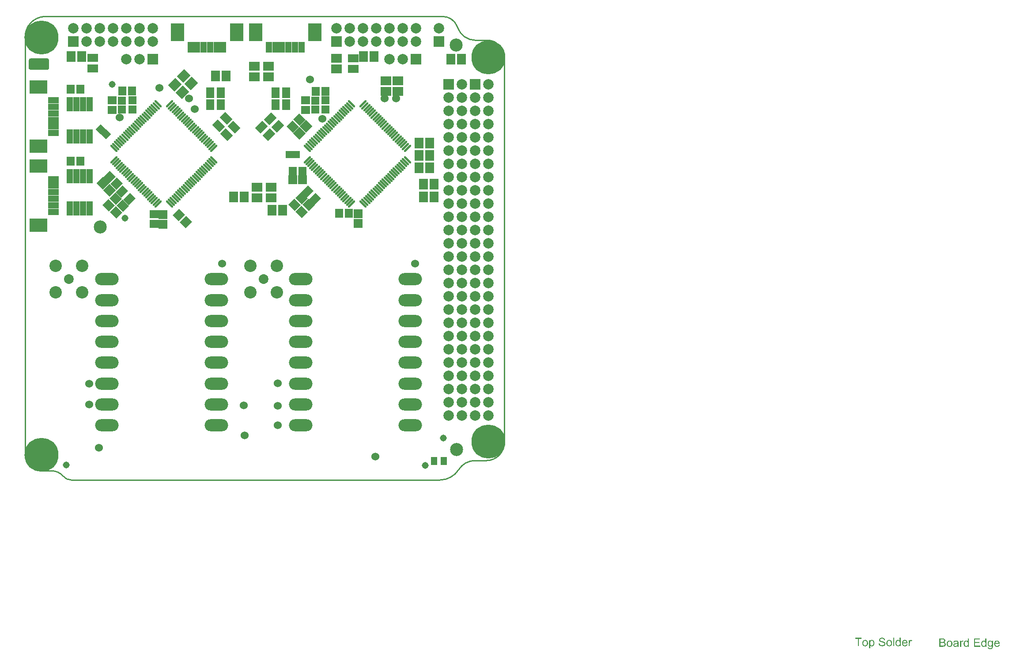
<source format=gts>
G04*
G04 #@! TF.GenerationSoftware,Altium Limited,Altium Designer,18.1.7 (191)*
G04*
G04 Layer_Color=8388736*
%FSLAX25Y25*%
%MOIN*%
G70*
G01*
G75*
%ADD11C,0.01000*%
%ADD15C,0.00787*%
%ADD52R,0.14567X0.07874*%
%ADD53R,0.05937X0.05937*%
%ADD54R,0.04756X0.10661*%
%ADD55O,0.17748X0.09323*%
%ADD56O,0.17748X0.09087*%
%ADD57R,0.08299X0.05150*%
%ADD58R,0.13811X0.10268*%
G04:AMPARAMS|DCode=59|XSize=15.81mil|YSize=72.9mil|CornerRadius=0mil|HoleSize=0mil|Usage=FLASHONLY|Rotation=135.000|XOffset=0mil|YOffset=0mil|HoleType=Round|Shape=Round|*
%AMOVALD59*
21,1,0.05709,0.01581,0.00000,0.00000,225.0*
1,1,0.01581,0.02018,0.02018*
1,1,0.01581,-0.02018,-0.02018*
%
%ADD59OVALD59*%

G04:AMPARAMS|DCode=60|XSize=15.81mil|YSize=72.9mil|CornerRadius=0mil|HoleSize=0mil|Usage=FLASHONLY|Rotation=45.000|XOffset=0mil|YOffset=0mil|HoleType=Round|Shape=Round|*
%AMOVALD60*
21,1,0.05709,0.01581,0.00000,0.00000,135.0*
1,1,0.01581,0.02018,-0.02018*
1,1,0.01581,-0.02018,0.02018*
%
%ADD60OVALD60*%

%ADD61R,0.05150X0.06134*%
%ADD62C,0.09843*%
%ADD63R,0.06134X0.06724*%
%ADD64R,0.05543X0.05543*%
G04:AMPARAMS|DCode=65|XSize=59.37mil|YSize=71.18mil|CornerRadius=0mil|HoleSize=0mil|Usage=FLASHONLY|Rotation=315.000|XOffset=0mil|YOffset=0mil|HoleType=Round|Shape=Rectangle|*
%AMROTATEDRECTD65*
4,1,4,-0.04616,-0.00418,0.00418,0.04616,0.04616,0.00418,-0.00418,-0.04616,-0.04616,-0.00418,0.0*
%
%ADD65ROTATEDRECTD65*%

%ADD66R,0.06000X0.08000*%
%ADD67R,0.08000X0.06000*%
G04:AMPARAMS|DCode=68|XSize=61.34mil|YSize=67.24mil|CornerRadius=0mil|HoleSize=0mil|Usage=FLASHONLY|Rotation=135.000|XOffset=0mil|YOffset=0mil|HoleType=Round|Shape=Rectangle|*
%AMROTATEDRECTD68*
4,1,4,0.04546,0.00209,-0.00209,-0.04546,-0.04546,-0.00209,0.00209,0.04546,0.04546,0.00209,0.0*
%
%ADD68ROTATEDRECTD68*%

%ADD69R,0.06724X0.06134*%
%ADD70P,0.07839X4X360.0*%
G04:AMPARAMS|DCode=71|XSize=61.34mil|YSize=67.24mil|CornerRadius=0mil|HoleSize=0mil|Usage=FLASHONLY|Rotation=45.000|XOffset=0mil|YOffset=0mil|HoleType=Round|Shape=Rectangle|*
%AMROTATEDRECTD71*
4,1,4,0.00209,-0.04546,-0.04546,0.00209,-0.00209,0.04546,0.04546,-0.00209,0.00209,-0.04546,0.0*
%
%ADD71ROTATEDRECTD71*%

%ADD72R,0.06724X0.06724*%
%ADD73R,0.06724X0.06724*%
%ADD74P,0.09510X4X270.0*%
%ADD75R,0.05150X0.08299*%
%ADD76R,0.10268X0.13811*%
G04:AMPARAMS|DCode=77|XSize=60mil|YSize=80mil|CornerRadius=0mil|HoleSize=0mil|Usage=FLASHONLY|Rotation=225.000|XOffset=0mil|YOffset=0mil|HoleType=Round|Shape=Rectangle|*
%AMROTATEDRECTD77*
4,1,4,-0.00707,0.04950,0.04950,-0.00707,0.00707,-0.04950,-0.04950,0.00707,-0.00707,0.04950,0.0*
%
%ADD77ROTATEDRECTD77*%

G04:AMPARAMS|DCode=78|XSize=60mil|YSize=80mil|CornerRadius=0mil|HoleSize=0mil|Usage=FLASHONLY|Rotation=315.000|XOffset=0mil|YOffset=0mil|HoleType=Round|Shape=Rectangle|*
%AMROTATEDRECTD78*
4,1,4,-0.04950,-0.00707,0.00707,0.04950,0.04950,0.00707,-0.00707,-0.04950,-0.04950,-0.00707,0.0*
%
%ADD78ROTATEDRECTD78*%

%ADD79R,0.06724X0.08000*%
G04:AMPARAMS|DCode=80|XSize=67.24mil|YSize=80mil|CornerRadius=0mil|HoleSize=0mil|Usage=FLASHONLY|Rotation=135.000|XOffset=0mil|YOffset=0mil|HoleType=Round|Shape=Rectangle|*
%AMROTATEDRECTD80*
4,1,4,0.05206,0.00451,-0.00451,-0.05206,-0.05206,-0.00451,0.00451,0.05206,0.05206,0.00451,0.0*
%
%ADD80ROTATEDRECTD80*%

%ADD81R,0.08000X0.06724*%
%ADD82P,0.09510X4X180.0*%
%ADD83C,0.06000*%
%ADD84C,0.07906*%
%ADD85R,0.07906X0.07906*%
%ADD86C,0.25622*%
%ADD87R,0.07906X0.07906*%
%ADD88C,0.07323*%
%ADD89C,0.09331*%
%ADD90C,0.05150*%
G36*
X647472Y-118543D02*
X647539D01*
X647702Y-118562D01*
X647894Y-118591D01*
X648106Y-118629D01*
X648317Y-118687D01*
X648519Y-118764D01*
X648529D01*
X648538Y-118773D01*
X648567Y-118783D01*
X648605Y-118802D01*
X648702Y-118860D01*
X648827Y-118927D01*
X648961Y-119023D01*
X649096Y-119139D01*
X649230Y-119273D01*
X649345Y-119427D01*
X649355Y-119446D01*
X649394Y-119504D01*
X649441Y-119600D01*
X649490Y-119715D01*
X649547Y-119860D01*
X649605Y-120032D01*
X649643Y-120215D01*
X649663Y-120417D01*
X648865Y-120475D01*
Y-120465D01*
Y-120446D01*
X648855Y-120417D01*
X648846Y-120378D01*
X648827Y-120273D01*
X648788Y-120138D01*
X648730Y-119994D01*
X648654Y-119850D01*
X648548Y-119706D01*
X648423Y-119581D01*
X648404Y-119571D01*
X648356Y-119533D01*
X648269Y-119485D01*
X648154Y-119427D01*
X648000Y-119369D01*
X647808Y-119321D01*
X647587Y-119283D01*
X647327Y-119273D01*
X647202D01*
X647145Y-119283D01*
X647068D01*
X646905Y-119312D01*
X646722Y-119341D01*
X646539Y-119389D01*
X646366Y-119456D01*
X646289Y-119504D01*
X646222Y-119552D01*
X646213Y-119562D01*
X646174Y-119600D01*
X646116Y-119658D01*
X646059Y-119744D01*
X645992Y-119840D01*
X645943Y-119956D01*
X645905Y-120080D01*
X645886Y-120225D01*
Y-120244D01*
Y-120282D01*
X645895Y-120350D01*
X645915Y-120426D01*
X645943Y-120513D01*
X645992Y-120609D01*
X646049Y-120695D01*
X646126Y-120782D01*
X646136Y-120792D01*
X646184Y-120820D01*
X646213Y-120840D01*
X646251Y-120869D01*
X646309Y-120888D01*
X646376Y-120917D01*
X646453Y-120955D01*
X646539Y-120993D01*
X646635Y-121022D01*
X646751Y-121061D01*
X646885Y-121109D01*
X647029Y-121147D01*
X647193Y-121186D01*
X647375Y-121234D01*
X647385D01*
X647423Y-121243D01*
X647472Y-121253D01*
X647539Y-121272D01*
X647625Y-121291D01*
X647721Y-121320D01*
X647933Y-121368D01*
X648163Y-121435D01*
X648394Y-121503D01*
X648509Y-121532D01*
X648605Y-121570D01*
X648702Y-121608D01*
X648778Y-121637D01*
X648788D01*
X648807Y-121647D01*
X648827Y-121666D01*
X648865Y-121685D01*
X648961Y-121743D01*
X649086Y-121810D01*
X649221Y-121906D01*
X649355Y-122022D01*
X649480Y-122147D01*
X649586Y-122281D01*
X649595Y-122300D01*
X649624Y-122348D01*
X649672Y-122425D01*
X649720Y-122541D01*
X649768Y-122666D01*
X649816Y-122819D01*
X649845Y-122992D01*
X649855Y-123175D01*
Y-123185D01*
Y-123194D01*
Y-123223D01*
Y-123261D01*
X649835Y-123357D01*
X649816Y-123482D01*
X649788Y-123627D01*
X649730Y-123790D01*
X649663Y-123963D01*
X649567Y-124126D01*
X649557Y-124145D01*
X649509Y-124203D01*
X649451Y-124280D01*
X649355Y-124376D01*
X649240Y-124492D01*
X649096Y-124607D01*
X648923Y-124713D01*
X648730Y-124818D01*
X648721D01*
X648702Y-124828D01*
X648673Y-124837D01*
X648634Y-124857D01*
X648586Y-124876D01*
X648529Y-124895D01*
X648375Y-124934D01*
X648202Y-124982D01*
X647990Y-125020D01*
X647769Y-125049D01*
X647519Y-125058D01*
X647375D01*
X647308Y-125049D01*
X647222D01*
X647125Y-125039D01*
X647020Y-125030D01*
X646799Y-125001D01*
X646559Y-124953D01*
X646318Y-124895D01*
X646088Y-124818D01*
X646078D01*
X646059Y-124809D01*
X646030Y-124789D01*
X645992Y-124770D01*
X645886Y-124713D01*
X645761Y-124626D01*
X645607Y-124520D01*
X645463Y-124395D01*
X645309Y-124242D01*
X645175Y-124069D01*
Y-124059D01*
X645165Y-124049D01*
X645146Y-124021D01*
X645127Y-123982D01*
X645098Y-123934D01*
X645069Y-123876D01*
X645011Y-123732D01*
X644954Y-123569D01*
X644896Y-123367D01*
X644858Y-123156D01*
X644838Y-122925D01*
X645626Y-122858D01*
Y-122867D01*
Y-122877D01*
X645636Y-122935D01*
X645655Y-123021D01*
X645674Y-123136D01*
X645713Y-123261D01*
X645751Y-123396D01*
X645809Y-123521D01*
X645876Y-123646D01*
X645886Y-123655D01*
X645915Y-123694D01*
X645963Y-123751D01*
X646040Y-123819D01*
X646126Y-123896D01*
X646232Y-123982D01*
X646366Y-124059D01*
X646511Y-124136D01*
X646520D01*
X646530Y-124145D01*
X646587Y-124165D01*
X646674Y-124194D01*
X646799Y-124222D01*
X646933Y-124261D01*
X647106Y-124290D01*
X647289Y-124309D01*
X647481Y-124319D01*
X647558D01*
X647654Y-124309D01*
X647760Y-124299D01*
X647894Y-124290D01*
X648029Y-124261D01*
X648173Y-124232D01*
X648317Y-124184D01*
X648336Y-124174D01*
X648375Y-124155D01*
X648442Y-124126D01*
X648519Y-124078D01*
X648615Y-124021D01*
X648702Y-123953D01*
X648788Y-123876D01*
X648865Y-123790D01*
X648875Y-123780D01*
X648894Y-123742D01*
X648923Y-123694D01*
X648961Y-123627D01*
X648990Y-123550D01*
X649019Y-123454D01*
X649038Y-123357D01*
X649048Y-123252D01*
Y-123242D01*
Y-123204D01*
X649038Y-123146D01*
X649028Y-123079D01*
X649009Y-122992D01*
X648971Y-122906D01*
X648932Y-122819D01*
X648875Y-122733D01*
X648865Y-122723D01*
X648846Y-122694D01*
X648798Y-122656D01*
X648740Y-122598D01*
X648663Y-122541D01*
X648567Y-122483D01*
X648442Y-122416D01*
X648308Y-122358D01*
X648298Y-122348D01*
X648259Y-122339D01*
X648183Y-122320D01*
X648135Y-122300D01*
X648077Y-122281D01*
X648000Y-122262D01*
X647923Y-122243D01*
X647827Y-122214D01*
X647731Y-122185D01*
X647616Y-122156D01*
X647481Y-122127D01*
X647337Y-122089D01*
X647183Y-122050D01*
X647174D01*
X647145Y-122041D01*
X647097Y-122031D01*
X647039Y-122012D01*
X646972Y-121993D01*
X646895Y-121974D01*
X646712Y-121926D01*
X646511Y-121858D01*
X646309Y-121791D01*
X646126Y-121724D01*
X646040Y-121695D01*
X645972Y-121657D01*
X645963D01*
X645953Y-121647D01*
X645895Y-121608D01*
X645819Y-121560D01*
X645722Y-121493D01*
X645607Y-121407D01*
X645501Y-121311D01*
X645396Y-121195D01*
X645300Y-121070D01*
X645290Y-121051D01*
X645261Y-121003D01*
X645232Y-120936D01*
X645194Y-120840D01*
X645146Y-120724D01*
X645117Y-120590D01*
X645088Y-120436D01*
X645079Y-120282D01*
Y-120273D01*
Y-120263D01*
Y-120234D01*
Y-120196D01*
X645098Y-120109D01*
X645117Y-119994D01*
X645146Y-119850D01*
X645194Y-119706D01*
X645261Y-119542D01*
X645348Y-119389D01*
Y-119379D01*
X645357Y-119369D01*
X645396Y-119321D01*
X645463Y-119244D01*
X645549Y-119148D01*
X645655Y-119052D01*
X645790Y-118947D01*
X645953Y-118841D01*
X646136Y-118754D01*
X646145D01*
X646155Y-118745D01*
X646184Y-118735D01*
X646232Y-118716D01*
X646280Y-118706D01*
X646338Y-118687D01*
X646472Y-118639D01*
X646645Y-118601D01*
X646837Y-118572D01*
X647058Y-118543D01*
X647289Y-118533D01*
X647404D01*
X647472Y-118543D01*
D02*
G37*
G36*
X661435Y-124953D02*
X660714D01*
Y-124386D01*
X660705Y-124395D01*
X660695Y-124415D01*
X660666Y-124443D01*
X660628Y-124492D01*
X660589Y-124539D01*
X660532Y-124597D01*
X660464Y-124655D01*
X660387Y-124722D01*
X660301Y-124780D01*
X660205Y-124847D01*
X660099Y-124905D01*
X659993Y-124953D01*
X659868Y-125001D01*
X659734Y-125030D01*
X659590Y-125049D01*
X659436Y-125058D01*
X659378D01*
X659340Y-125049D01*
X659234Y-125039D01*
X659109Y-125020D01*
X658946Y-124982D01*
X658782Y-124934D01*
X658600Y-124857D01*
X658427Y-124761D01*
X658417D01*
X658408Y-124751D01*
X658350Y-124703D01*
X658273Y-124636D01*
X658167Y-124539D01*
X658062Y-124424D01*
X657937Y-124280D01*
X657831Y-124117D01*
X657725Y-123925D01*
Y-123915D01*
X657716Y-123896D01*
X657706Y-123867D01*
X657687Y-123828D01*
X657668Y-123780D01*
X657649Y-123713D01*
X657600Y-123559D01*
X657552Y-123377D01*
X657514Y-123165D01*
X657485Y-122935D01*
X657476Y-122675D01*
Y-122666D01*
Y-122646D01*
Y-122608D01*
Y-122560D01*
X657485Y-122502D01*
Y-122425D01*
X657504Y-122262D01*
X657533Y-122070D01*
X657572Y-121868D01*
X657620Y-121647D01*
X657696Y-121435D01*
Y-121426D01*
X657706Y-121407D01*
X657725Y-121378D01*
X657745Y-121339D01*
X657793Y-121243D01*
X657869Y-121118D01*
X657966Y-120974D01*
X658081Y-120830D01*
X658216Y-120695D01*
X658379Y-120571D01*
X658389D01*
X658398Y-120561D01*
X658456Y-120523D01*
X658552Y-120475D01*
X658677Y-120417D01*
X658830Y-120369D01*
X659003Y-120321D01*
X659196Y-120282D01*
X659398Y-120273D01*
X659465D01*
X659542Y-120282D01*
X659647Y-120292D01*
X659753Y-120321D01*
X659878Y-120350D01*
X660003Y-120398D01*
X660128Y-120455D01*
X660147Y-120465D01*
X660185Y-120484D01*
X660243Y-120523D01*
X660320Y-120580D01*
X660397Y-120638D01*
X660493Y-120715D01*
X660579Y-120811D01*
X660656Y-120907D01*
Y-118639D01*
X661435D01*
Y-124953D01*
D02*
G37*
G36*
X639899Y-120292D02*
X640033Y-120311D01*
X640197Y-120350D01*
X640370Y-120398D01*
X640543Y-120475D01*
X640716Y-120580D01*
X640725D01*
X640735Y-120590D01*
X640793Y-120638D01*
X640869Y-120705D01*
X640975Y-120801D01*
X641081Y-120917D01*
X641196Y-121070D01*
X641302Y-121234D01*
X641398Y-121435D01*
Y-121445D01*
X641408Y-121464D01*
X641417Y-121493D01*
X641436Y-121532D01*
X641456Y-121580D01*
X641475Y-121647D01*
X641513Y-121791D01*
X641552Y-121974D01*
X641590Y-122176D01*
X641619Y-122397D01*
X641629Y-122637D01*
Y-122646D01*
Y-122666D01*
Y-122704D01*
Y-122752D01*
X641619Y-122819D01*
Y-122887D01*
X641600Y-123060D01*
X641561Y-123252D01*
X641523Y-123463D01*
X641456Y-123684D01*
X641369Y-123905D01*
Y-123915D01*
X641360Y-123934D01*
X641340Y-123963D01*
X641321Y-124001D01*
X641263Y-124098D01*
X641187Y-124222D01*
X641081Y-124357D01*
X640956Y-124501D01*
X640812Y-124636D01*
X640639Y-124761D01*
X640629D01*
X640620Y-124770D01*
X640591Y-124789D01*
X640552Y-124809D01*
X640456Y-124857D01*
X640331Y-124905D01*
X640177Y-124962D01*
X640014Y-125010D01*
X639822Y-125049D01*
X639630Y-125058D01*
X639563D01*
X639495Y-125049D01*
X639399Y-125039D01*
X639293Y-125020D01*
X639178Y-124991D01*
X639053Y-124953D01*
X638938Y-124905D01*
X638928Y-124895D01*
X638890Y-124876D01*
X638832Y-124837D01*
X638765Y-124789D01*
X638678Y-124732D01*
X638601Y-124664D01*
X638515Y-124578D01*
X638438Y-124492D01*
Y-126702D01*
X637660D01*
Y-120378D01*
X638371D01*
Y-120974D01*
X638380Y-120955D01*
X638409Y-120917D01*
X638467Y-120859D01*
X638534Y-120782D01*
X638611Y-120695D01*
X638707Y-120609D01*
X638813Y-120523D01*
X638928Y-120455D01*
X638947Y-120446D01*
X638986Y-120426D01*
X639053Y-120398D01*
X639140Y-120359D01*
X639255Y-120330D01*
X639380Y-120301D01*
X639524Y-120282D01*
X639687Y-120273D01*
X639783D01*
X639899Y-120292D01*
D02*
G37*
G36*
X669382Y-120282D02*
X669488Y-120301D01*
X669603Y-120340D01*
X669738Y-120378D01*
X669882Y-120446D01*
X670036Y-120532D01*
X669757Y-121243D01*
X669747Y-121234D01*
X669709Y-121214D01*
X669651Y-121186D01*
X669584Y-121157D01*
X669498Y-121128D01*
X669402Y-121099D01*
X669296Y-121080D01*
X669190Y-121070D01*
X669152D01*
X669104Y-121080D01*
X669036Y-121090D01*
X668969Y-121109D01*
X668892Y-121138D01*
X668815Y-121176D01*
X668738Y-121224D01*
X668729Y-121234D01*
X668710Y-121253D01*
X668671Y-121291D01*
X668633Y-121339D01*
X668585Y-121397D01*
X668537Y-121474D01*
X668498Y-121560D01*
X668460Y-121657D01*
X668450Y-121676D01*
X668440Y-121724D01*
X668421Y-121810D01*
X668402Y-121926D01*
X668373Y-122060D01*
X668354Y-122214D01*
X668344Y-122377D01*
X668335Y-122560D01*
Y-124953D01*
X667556D01*
Y-120378D01*
X668258D01*
Y-121061D01*
X668267Y-121051D01*
X668306Y-120993D01*
X668354Y-120907D01*
X668412Y-120811D01*
X668489Y-120705D01*
X668575Y-120599D01*
X668652Y-120503D01*
X668738Y-120436D01*
X668748Y-120426D01*
X668777Y-120407D01*
X668825Y-120388D01*
X668892Y-120350D01*
X668960Y-120321D01*
X669046Y-120301D01*
X669142Y-120282D01*
X669238Y-120273D01*
X669305D01*
X669382Y-120282D01*
D02*
G37*
G36*
X726111Y-125394D02*
X725390D01*
Y-124827D01*
X725380Y-124836D01*
X725371Y-124855D01*
X725342Y-124884D01*
X725303Y-124932D01*
X725265Y-124980D01*
X725207Y-125038D01*
X725140Y-125096D01*
X725063Y-125163D01*
X724976Y-125221D01*
X724880Y-125288D01*
X724775Y-125346D01*
X724669Y-125394D01*
X724544Y-125442D01*
X724409Y-125471D01*
X724265Y-125490D01*
X724112Y-125499D01*
X724054D01*
X724016Y-125490D01*
X723910Y-125480D01*
X723785Y-125461D01*
X723622Y-125423D01*
X723458Y-125374D01*
X723276Y-125298D01*
X723103Y-125201D01*
X723093D01*
X723083Y-125192D01*
X723026Y-125144D01*
X722949Y-125077D01*
X722843Y-124980D01*
X722737Y-124865D01*
X722612Y-124721D01*
X722507Y-124558D01*
X722401Y-124365D01*
Y-124356D01*
X722391Y-124337D01*
X722382Y-124308D01*
X722363Y-124269D01*
X722343Y-124221D01*
X722324Y-124154D01*
X722276Y-124000D01*
X722228Y-123818D01*
X722190Y-123606D01*
X722161Y-123376D01*
X722151Y-123116D01*
Y-123107D01*
Y-123087D01*
Y-123049D01*
Y-123001D01*
X722161Y-122943D01*
Y-122866D01*
X722180Y-122703D01*
X722209Y-122511D01*
X722247Y-122309D01*
X722295Y-122088D01*
X722372Y-121876D01*
Y-121867D01*
X722382Y-121848D01*
X722401Y-121819D01*
X722420Y-121780D01*
X722468Y-121684D01*
X722545Y-121559D01*
X722641Y-121415D01*
X722757Y-121271D01*
X722891Y-121136D01*
X723055Y-121011D01*
X723064D01*
X723074Y-121002D01*
X723131Y-120964D01*
X723228Y-120915D01*
X723352Y-120858D01*
X723506Y-120810D01*
X723679Y-120762D01*
X723871Y-120723D01*
X724073Y-120714D01*
X724141D01*
X724217Y-120723D01*
X724323Y-120733D01*
X724429Y-120762D01*
X724554Y-120791D01*
X724679Y-120839D01*
X724803Y-120896D01*
X724823Y-120906D01*
X724861Y-120925D01*
X724919Y-120964D01*
X724996Y-121021D01*
X725073Y-121079D01*
X725169Y-121156D01*
X725255Y-121252D01*
X725332Y-121348D01*
Y-119080D01*
X726111D01*
Y-125394D01*
D02*
G37*
G36*
X712878Y-125394D02*
X712157D01*
Y-124827D01*
X712147Y-124836D01*
X712138Y-124855D01*
X712109Y-124884D01*
X712070Y-124932D01*
X712032Y-124980D01*
X711974Y-125038D01*
X711907Y-125096D01*
X711830Y-125163D01*
X711744Y-125221D01*
X711648Y-125288D01*
X711542Y-125346D01*
X711436Y-125394D01*
X711311Y-125442D01*
X711177Y-125471D01*
X711032Y-125490D01*
X710879Y-125499D01*
X710821D01*
X710783Y-125490D01*
X710677Y-125480D01*
X710552Y-125461D01*
X710389Y-125423D01*
X710225Y-125374D01*
X710043Y-125298D01*
X709870Y-125201D01*
X709860D01*
X709850Y-125192D01*
X709793Y-125144D01*
X709716Y-125077D01*
X709610Y-124980D01*
X709504Y-124865D01*
X709379Y-124721D01*
X709274Y-124558D01*
X709168Y-124365D01*
Y-124356D01*
X709159Y-124337D01*
X709149Y-124308D01*
X709130Y-124269D01*
X709110Y-124221D01*
X709091Y-124154D01*
X709043Y-124000D01*
X708995Y-123818D01*
X708957Y-123606D01*
X708928Y-123376D01*
X708918Y-123116D01*
Y-123107D01*
Y-123087D01*
Y-123049D01*
Y-123001D01*
X708928Y-122943D01*
Y-122866D01*
X708947Y-122703D01*
X708976Y-122511D01*
X709014Y-122309D01*
X709062Y-122088D01*
X709139Y-121876D01*
Y-121867D01*
X709149Y-121848D01*
X709168Y-121819D01*
X709187Y-121780D01*
X709235Y-121684D01*
X709312Y-121559D01*
X709408Y-121415D01*
X709524Y-121271D01*
X709658Y-121136D01*
X709822Y-121011D01*
X709831D01*
X709841Y-121002D01*
X709898Y-120964D01*
X709995Y-120915D01*
X710119Y-120858D01*
X710273Y-120810D01*
X710446Y-120762D01*
X710638Y-120723D01*
X710840Y-120714D01*
X710908D01*
X710984Y-120723D01*
X711090Y-120733D01*
X711196Y-120762D01*
X711321Y-120791D01*
X711446Y-120839D01*
X711571Y-120896D01*
X711590Y-120906D01*
X711628Y-120925D01*
X711686Y-120964D01*
X711763Y-121021D01*
X711840Y-121079D01*
X711936Y-121156D01*
X712022Y-121252D01*
X712099Y-121348D01*
Y-119080D01*
X712878D01*
Y-125394D01*
D02*
G37*
G36*
X708092Y-120723D02*
X708197Y-120742D01*
X708313Y-120781D01*
X708447Y-120819D01*
X708592Y-120887D01*
X708745Y-120973D01*
X708467Y-121684D01*
X708457Y-121675D01*
X708419Y-121655D01*
X708361Y-121627D01*
X708294Y-121598D01*
X708207Y-121569D01*
X708111Y-121540D01*
X708005Y-121521D01*
X707900Y-121511D01*
X707861D01*
X707813Y-121521D01*
X707746Y-121530D01*
X707679Y-121550D01*
X707602Y-121579D01*
X707525Y-121617D01*
X707448Y-121665D01*
X707438Y-121675D01*
X707419Y-121694D01*
X707381Y-121732D01*
X707342Y-121780D01*
X707294Y-121838D01*
X707246Y-121915D01*
X707208Y-122001D01*
X707169Y-122098D01*
X707160Y-122117D01*
X707150Y-122165D01*
X707131Y-122251D01*
X707112Y-122367D01*
X707083Y-122501D01*
X707063Y-122655D01*
X707054Y-122818D01*
X707044Y-123001D01*
Y-125394D01*
X706266D01*
Y-120819D01*
X706967D01*
Y-121502D01*
X706977Y-121492D01*
X707015Y-121434D01*
X707063Y-121348D01*
X707121Y-121252D01*
X707198Y-121146D01*
X707284Y-121040D01*
X707361Y-120944D01*
X707448Y-120877D01*
X707457Y-120867D01*
X707486Y-120848D01*
X707534Y-120829D01*
X707602Y-120791D01*
X707669Y-120762D01*
X707755Y-120742D01*
X707852Y-120723D01*
X707948Y-120714D01*
X708015D01*
X708092Y-120723D01*
D02*
G37*
G36*
X656563Y-124953D02*
X655784D01*
Y-118639D01*
X656563D01*
Y-124953D01*
D02*
G37*
G36*
X631999Y-119379D02*
X629924D01*
Y-124953D01*
X629088D01*
Y-119379D01*
X627012D01*
Y-118639D01*
X631999D01*
Y-119379D01*
D02*
G37*
G36*
X664683Y-120282D02*
X664760Y-120292D01*
X664856Y-120301D01*
X664952Y-120321D01*
X665067Y-120350D01*
X665298Y-120426D01*
X665423Y-120475D01*
X665548Y-120542D01*
X665673Y-120609D01*
X665798Y-120695D01*
X665913Y-120792D01*
X666028Y-120907D01*
X666038Y-120917D01*
X666057Y-120936D01*
X666086Y-120974D01*
X666124Y-121022D01*
X666163Y-121090D01*
X666211Y-121166D01*
X666269Y-121253D01*
X666326Y-121359D01*
X666374Y-121484D01*
X666432Y-121608D01*
X666480Y-121753D01*
X666528Y-121916D01*
X666557Y-122079D01*
X666586Y-122262D01*
X666605Y-122454D01*
X666615Y-122666D01*
Y-122675D01*
Y-122714D01*
Y-122781D01*
X666605Y-122867D01*
X663203D01*
Y-122877D01*
Y-122896D01*
X663213Y-122944D01*
Y-122992D01*
X663222Y-123060D01*
X663232Y-123127D01*
X663270Y-123300D01*
X663328Y-123482D01*
X663395Y-123675D01*
X663501Y-123867D01*
X663626Y-124030D01*
X663645Y-124049D01*
X663693Y-124088D01*
X663780Y-124155D01*
X663885Y-124222D01*
X664030Y-124299D01*
X664193Y-124367D01*
X664375Y-124405D01*
X664577Y-124424D01*
X664654D01*
X664731Y-124415D01*
X664827Y-124395D01*
X664943Y-124367D01*
X665067Y-124328D01*
X665192Y-124280D01*
X665308Y-124203D01*
X665317Y-124194D01*
X665356Y-124155D01*
X665413Y-124107D01*
X665481Y-124021D01*
X665557Y-123925D01*
X665634Y-123800D01*
X665711Y-123646D01*
X665788Y-123473D01*
X666586Y-123579D01*
Y-123588D01*
X666576Y-123607D01*
X666567Y-123646D01*
X666547Y-123694D01*
X666528Y-123751D01*
X666499Y-123819D01*
X666422Y-123982D01*
X666326Y-124155D01*
X666211Y-124338D01*
X666057Y-124520D01*
X665884Y-124674D01*
X665875D01*
X665865Y-124693D01*
X665836Y-124713D01*
X665788Y-124732D01*
X665740Y-124761D01*
X665682Y-124799D01*
X665615Y-124828D01*
X665529Y-124866D01*
X665346Y-124934D01*
X665115Y-125001D01*
X664866Y-125039D01*
X664577Y-125058D01*
X664481D01*
X664414Y-125049D01*
X664327Y-125039D01*
X664231Y-125030D01*
X664126Y-125010D01*
X664001Y-124982D01*
X663751Y-124905D01*
X663616Y-124857D01*
X663491Y-124799D01*
X663357Y-124732D01*
X663232Y-124645D01*
X663107Y-124549D01*
X662992Y-124443D01*
X662982Y-124434D01*
X662963Y-124415D01*
X662934Y-124376D01*
X662905Y-124328D01*
X662857Y-124270D01*
X662809Y-124194D01*
X662751Y-124098D01*
X662703Y-123992D01*
X662646Y-123876D01*
X662588Y-123751D01*
X662540Y-123607D01*
X662501Y-123454D01*
X662463Y-123290D01*
X662434Y-123108D01*
X662415Y-122915D01*
X662405Y-122714D01*
Y-122704D01*
Y-122666D01*
Y-122598D01*
X662415Y-122521D01*
X662425Y-122425D01*
X662434Y-122310D01*
X662454Y-122185D01*
X662482Y-122050D01*
X662550Y-121762D01*
X662598Y-121618D01*
X662655Y-121464D01*
X662723Y-121320D01*
X662799Y-121176D01*
X662886Y-121042D01*
X662992Y-120917D01*
X663001Y-120907D01*
X663021Y-120888D01*
X663049Y-120859D01*
X663097Y-120811D01*
X663155Y-120763D01*
X663232Y-120715D01*
X663309Y-120657D01*
X663405Y-120590D01*
X663511Y-120532D01*
X663626Y-120475D01*
X663751Y-120426D01*
X663895Y-120369D01*
X664039Y-120330D01*
X664193Y-120301D01*
X664356Y-120282D01*
X664529Y-120273D01*
X664616D01*
X664683Y-120282D01*
D02*
G37*
G36*
X652901D02*
X652988Y-120292D01*
X653074Y-120301D01*
X653180Y-120321D01*
X653295Y-120350D01*
X653535Y-120426D01*
X653660Y-120475D01*
X653795Y-120532D01*
X653920Y-120609D01*
X654045Y-120695D01*
X654170Y-120792D01*
X654285Y-120897D01*
X654295Y-120907D01*
X654314Y-120926D01*
X654343Y-120965D01*
X654381Y-121013D01*
X654429Y-121070D01*
X654477Y-121147D01*
X654535Y-121243D01*
X654593Y-121339D01*
X654640Y-121455D01*
X654698Y-121589D01*
X654746Y-121724D01*
X654794Y-121878D01*
X654833Y-122041D01*
X654862Y-122223D01*
X654881Y-122406D01*
X654890Y-122608D01*
Y-122617D01*
Y-122646D01*
Y-122694D01*
Y-122752D01*
X654881Y-122829D01*
Y-122915D01*
X654871Y-123012D01*
X654862Y-123117D01*
X654823Y-123338D01*
X654775Y-123569D01*
X654708Y-123800D01*
X654621Y-124001D01*
Y-124011D01*
X654612Y-124021D01*
X654573Y-124088D01*
X654506Y-124174D01*
X654420Y-124290D01*
X654314Y-124415D01*
X654179Y-124539D01*
X654026Y-124664D01*
X653843Y-124780D01*
X653833D01*
X653824Y-124789D01*
X653795Y-124809D01*
X653756Y-124818D01*
X653651Y-124866D01*
X653516Y-124914D01*
X653353Y-124972D01*
X653170Y-125010D01*
X652968Y-125049D01*
X652747Y-125058D01*
X652651D01*
X652584Y-125049D01*
X652507Y-125039D01*
X652411Y-125030D01*
X652305Y-125010D01*
X652190Y-124982D01*
X651950Y-124905D01*
X651815Y-124857D01*
X651690Y-124799D01*
X651556Y-124732D01*
X651431Y-124645D01*
X651306Y-124549D01*
X651191Y-124443D01*
X651181Y-124434D01*
X651162Y-124415D01*
X651133Y-124376D01*
X651104Y-124328D01*
X651056Y-124261D01*
X651008Y-124184D01*
X650950Y-124098D01*
X650902Y-123992D01*
X650845Y-123867D01*
X650787Y-123742D01*
X650739Y-123588D01*
X650701Y-123434D01*
X650662Y-123261D01*
X650633Y-123079D01*
X650614Y-122877D01*
X650604Y-122666D01*
Y-122646D01*
Y-122608D01*
X650614Y-122541D01*
Y-122454D01*
X650624Y-122348D01*
X650643Y-122233D01*
X650662Y-122099D01*
X650691Y-121954D01*
X650729Y-121801D01*
X650777Y-121647D01*
X650835Y-121493D01*
X650902Y-121339D01*
X650979Y-121186D01*
X651075Y-121042D01*
X651181Y-120907D01*
X651306Y-120782D01*
X651315Y-120772D01*
X651335Y-120763D01*
X651364Y-120734D01*
X651412Y-120705D01*
X651469Y-120667D01*
X651537Y-120619D01*
X651613Y-120571D01*
X651710Y-120523D01*
X651806Y-120484D01*
X651911Y-120436D01*
X652161Y-120350D01*
X652440Y-120292D01*
X652594Y-120282D01*
X652747Y-120273D01*
X652834D01*
X652901Y-120282D01*
D02*
G37*
G36*
X634767D02*
X634854Y-120292D01*
X634940Y-120301D01*
X635046Y-120321D01*
X635161Y-120350D01*
X635401Y-120426D01*
X635526Y-120475D01*
X635661Y-120532D01*
X635786Y-120609D01*
X635911Y-120695D01*
X636036Y-120792D01*
X636151Y-120897D01*
X636161Y-120907D01*
X636180Y-120926D01*
X636209Y-120965D01*
X636247Y-121013D01*
X636295Y-121070D01*
X636343Y-121147D01*
X636401Y-121243D01*
X636458Y-121339D01*
X636507Y-121455D01*
X636564Y-121589D01*
X636612Y-121724D01*
X636660Y-121878D01*
X636699Y-122041D01*
X636728Y-122223D01*
X636747Y-122406D01*
X636756Y-122608D01*
Y-122617D01*
Y-122646D01*
Y-122694D01*
Y-122752D01*
X636747Y-122829D01*
Y-122915D01*
X636737Y-123012D01*
X636728Y-123117D01*
X636689Y-123338D01*
X636641Y-123569D01*
X636574Y-123800D01*
X636487Y-124001D01*
Y-124011D01*
X636478Y-124021D01*
X636439Y-124088D01*
X636372Y-124174D01*
X636285Y-124290D01*
X636180Y-124415D01*
X636045Y-124539D01*
X635891Y-124664D01*
X635709Y-124780D01*
X635699D01*
X635690Y-124789D01*
X635661Y-124809D01*
X635622Y-124818D01*
X635517Y-124866D01*
X635382Y-124914D01*
X635219Y-124972D01*
X635036Y-125010D01*
X634834Y-125049D01*
X634613Y-125058D01*
X634517D01*
X634450Y-125049D01*
X634373Y-125039D01*
X634277Y-125030D01*
X634171Y-125010D01*
X634056Y-124982D01*
X633816Y-124905D01*
X633681Y-124857D01*
X633556Y-124799D01*
X633422Y-124732D01*
X633297Y-124645D01*
X633172Y-124549D01*
X633056Y-124443D01*
X633047Y-124434D01*
X633028Y-124415D01*
X632999Y-124376D01*
X632970Y-124328D01*
X632922Y-124261D01*
X632874Y-124184D01*
X632816Y-124098D01*
X632768Y-123992D01*
X632711Y-123867D01*
X632653Y-123742D01*
X632605Y-123588D01*
X632566Y-123434D01*
X632528Y-123261D01*
X632499Y-123079D01*
X632480Y-122877D01*
X632470Y-122666D01*
Y-122646D01*
Y-122608D01*
X632480Y-122541D01*
Y-122454D01*
X632489Y-122348D01*
X632509Y-122233D01*
X632528Y-122099D01*
X632557Y-121954D01*
X632595Y-121801D01*
X632643Y-121647D01*
X632701Y-121493D01*
X632768Y-121339D01*
X632845Y-121186D01*
X632941Y-121042D01*
X633047Y-120907D01*
X633172Y-120782D01*
X633181Y-120772D01*
X633201Y-120763D01*
X633229Y-120734D01*
X633278Y-120705D01*
X633335Y-120667D01*
X633402Y-120619D01*
X633479Y-120571D01*
X633575Y-120523D01*
X633672Y-120484D01*
X633777Y-120436D01*
X634027Y-120350D01*
X634306Y-120292D01*
X634460Y-120282D01*
X634613Y-120273D01*
X634700D01*
X634767Y-120282D01*
D02*
G37*
G36*
X721238Y-119820D02*
X717510Y-119820D01*
Y-121761D01*
X720998Y-121761D01*
Y-122501D01*
X717510Y-122501D01*
Y-124654D01*
X721382Y-124654D01*
Y-125394D01*
X716674Y-125394D01*
Y-119080D01*
X721238Y-119080D01*
Y-119820D01*
D02*
G37*
G36*
X703498Y-120723D02*
X703633Y-120733D01*
X703787Y-120752D01*
X703950Y-120771D01*
X704104Y-120810D01*
X704248Y-120858D01*
X704267Y-120867D01*
X704305Y-120877D01*
X704373Y-120915D01*
X704450Y-120954D01*
X704536Y-121002D01*
X704632Y-121060D01*
X704709Y-121127D01*
X704786Y-121204D01*
X704796Y-121213D01*
X704815Y-121242D01*
X704844Y-121281D01*
X704882Y-121348D01*
X704920Y-121425D01*
X704959Y-121511D01*
X704997Y-121617D01*
X705026Y-121732D01*
Y-121742D01*
X705036Y-121771D01*
X705045Y-121819D01*
X705055Y-121896D01*
Y-121992D01*
X705065Y-122117D01*
X705074Y-122261D01*
Y-122443D01*
Y-123481D01*
Y-123491D01*
Y-123529D01*
Y-123587D01*
Y-123654D01*
Y-123741D01*
Y-123837D01*
X705084Y-124058D01*
Y-124298D01*
X705093Y-124519D01*
X705103Y-124625D01*
Y-124711D01*
X705113Y-124788D01*
X705122Y-124855D01*
Y-124865D01*
X705132Y-124904D01*
X705141Y-124961D01*
X705161Y-125029D01*
X705190Y-125105D01*
X705228Y-125201D01*
X705314Y-125394D01*
X704507D01*
X704498Y-125384D01*
X704488Y-125355D01*
X704469Y-125298D01*
X704440Y-125230D01*
X704411Y-125144D01*
X704392Y-125048D01*
X704373Y-124942D01*
X704354Y-124817D01*
X704334Y-124836D01*
X704277Y-124875D01*
X704200Y-124942D01*
X704084Y-125019D01*
X703960Y-125115D01*
X703815Y-125201D01*
X703671Y-125278D01*
X703517Y-125346D01*
X703498Y-125355D01*
X703450Y-125365D01*
X703373Y-125394D01*
X703267Y-125423D01*
X703133Y-125451D01*
X702989Y-125471D01*
X702835Y-125490D01*
X702662Y-125499D01*
X702595D01*
X702537Y-125490D01*
X702480D01*
X702403Y-125480D01*
X702239Y-125451D01*
X702047Y-125413D01*
X701864Y-125346D01*
X701672Y-125259D01*
X701509Y-125134D01*
X701490Y-125115D01*
X701442Y-125067D01*
X701384Y-124990D01*
X701307Y-124875D01*
X701230Y-124740D01*
X701173Y-124586D01*
X701124Y-124394D01*
X701105Y-124193D01*
Y-124173D01*
Y-124135D01*
X701115Y-124067D01*
X701124Y-123991D01*
X701144Y-123895D01*
X701163Y-123789D01*
X701201Y-123683D01*
X701249Y-123577D01*
X701259Y-123568D01*
X701278Y-123529D01*
X701307Y-123481D01*
X701355Y-123414D01*
X701413Y-123347D01*
X701490Y-123270D01*
X701567Y-123203D01*
X701653Y-123135D01*
X701663Y-123126D01*
X701701Y-123107D01*
X701749Y-123078D01*
X701816Y-123039D01*
X701903Y-122991D01*
X701989Y-122953D01*
X702095Y-122914D01*
X702210Y-122876D01*
X702220D01*
X702258Y-122866D01*
X702307Y-122857D01*
X702383Y-122837D01*
X702480Y-122818D01*
X702604Y-122799D01*
X702739Y-122780D01*
X702902Y-122761D01*
X702912D01*
X702941Y-122751D01*
X702989D01*
X703056Y-122741D01*
X703133Y-122732D01*
X703220Y-122722D01*
X703431Y-122684D01*
X703652Y-122645D01*
X703883Y-122607D01*
X704104Y-122549D01*
X704200Y-122520D01*
X704286Y-122492D01*
Y-122482D01*
Y-122463D01*
X704296Y-122405D01*
Y-122338D01*
Y-122309D01*
Y-122290D01*
Y-122280D01*
Y-122271D01*
Y-122213D01*
X704286Y-122126D01*
X704267Y-122030D01*
X704238Y-121924D01*
X704200Y-121809D01*
X704152Y-121713D01*
X704075Y-121627D01*
X704065Y-121617D01*
X704017Y-121588D01*
X703950Y-121540D01*
X703854Y-121492D01*
X703729Y-121444D01*
X703575Y-121396D01*
X703393Y-121367D01*
X703191Y-121358D01*
X703104D01*
X703008Y-121367D01*
X702883Y-121377D01*
X702749Y-121405D01*
X702624Y-121434D01*
X702489Y-121482D01*
X702383Y-121550D01*
X702374Y-121559D01*
X702345Y-121588D01*
X702297Y-121636D01*
X702239Y-121704D01*
X702172Y-121800D01*
X702114Y-121915D01*
X702047Y-122059D01*
X701999Y-122222D01*
X701240Y-122117D01*
Y-122107D01*
X701249Y-122098D01*
X701259Y-122040D01*
X701288Y-121953D01*
X701317Y-121838D01*
X701365Y-121713D01*
X701422Y-121588D01*
X701490Y-121454D01*
X701576Y-121338D01*
X701586Y-121329D01*
X701624Y-121290D01*
X701672Y-121233D01*
X701749Y-121165D01*
X701845Y-121098D01*
X701970Y-121021D01*
X702105Y-120944D01*
X702258Y-120877D01*
X702268D01*
X702278Y-120867D01*
X702307Y-120858D01*
X702335Y-120848D01*
X702431Y-120829D01*
X702556Y-120791D01*
X702710Y-120762D01*
X702883Y-120742D01*
X703085Y-120723D01*
X703296Y-120714D01*
X703393D01*
X703498Y-120723D01*
D02*
G37*
G36*
X693196Y-119089D02*
X693263D01*
X693427Y-119099D01*
X693610Y-119128D01*
X693802Y-119157D01*
X693994Y-119205D01*
X694167Y-119272D01*
X694176D01*
X694186Y-119282D01*
X694244Y-119311D01*
X694321Y-119359D01*
X694417Y-119416D01*
X694532Y-119503D01*
X694647Y-119608D01*
X694753Y-119724D01*
X694859Y-119868D01*
X694868Y-119887D01*
X694897Y-119935D01*
X694936Y-120022D01*
X694984Y-120127D01*
X695032Y-120252D01*
X695070Y-120387D01*
X695099Y-120541D01*
X695109Y-120704D01*
Y-120723D01*
Y-120771D01*
X695099Y-120848D01*
X695080Y-120954D01*
X695051Y-121069D01*
X695013Y-121194D01*
X694965Y-121338D01*
X694888Y-121473D01*
X694878Y-121492D01*
X694849Y-121530D01*
X694792Y-121598D01*
X694724Y-121675D01*
X694628Y-121771D01*
X694513Y-121857D01*
X694378Y-121953D01*
X694215Y-122040D01*
X694225D01*
X694244Y-122049D01*
X694273Y-122059D01*
X694311Y-122069D01*
X694417Y-122117D01*
X694542Y-122174D01*
X694686Y-122261D01*
X694830Y-122357D01*
X694974Y-122472D01*
X695099Y-122616D01*
X695109Y-122636D01*
X695147Y-122684D01*
X695195Y-122770D01*
X695262Y-122886D01*
X695320Y-123030D01*
X695368Y-123183D01*
X695407Y-123366D01*
X695416Y-123568D01*
Y-123587D01*
Y-123645D01*
X695407Y-123731D01*
X695397Y-123837D01*
X695368Y-123962D01*
X695339Y-124106D01*
X695291Y-124250D01*
X695224Y-124394D01*
X695214Y-124414D01*
X695195Y-124461D01*
X695147Y-124529D01*
X695099Y-124615D01*
X695032Y-124711D01*
X694955Y-124808D01*
X694859Y-124904D01*
X694763Y-124990D01*
X694753Y-125000D01*
X694715Y-125019D01*
X694657Y-125057D01*
X694570Y-125105D01*
X694474Y-125153D01*
X694349Y-125201D01*
X694215Y-125250D01*
X694071Y-125298D01*
X694052D01*
X693994Y-125317D01*
X693907Y-125326D01*
X693792Y-125346D01*
X693638Y-125365D01*
X693465Y-125374D01*
X693273Y-125394D01*
X690650D01*
Y-119080D01*
X693129D01*
X693196Y-119089D01*
D02*
G37*
G36*
X734260Y-120723D02*
X734337Y-120733D01*
X734433Y-120742D01*
X734529Y-120762D01*
X734644Y-120791D01*
X734875Y-120867D01*
X735000Y-120915D01*
X735125Y-120983D01*
X735250Y-121050D01*
X735374Y-121136D01*
X735490Y-121233D01*
X735605Y-121348D01*
X735615Y-121358D01*
X735634Y-121377D01*
X735663Y-121415D01*
X735701Y-121463D01*
X735740Y-121530D01*
X735788Y-121607D01*
X735845Y-121694D01*
X735903Y-121800D01*
X735951Y-121924D01*
X736009Y-122049D01*
X736057Y-122194D01*
X736105Y-122357D01*
X736134Y-122520D01*
X736163Y-122703D01*
X736182Y-122895D01*
X736191Y-123107D01*
Y-123116D01*
Y-123155D01*
Y-123222D01*
X736182Y-123308D01*
X732780D01*
Y-123318D01*
Y-123337D01*
X732790Y-123385D01*
Y-123433D01*
X732799Y-123501D01*
X732809Y-123568D01*
X732847Y-123741D01*
X732905Y-123923D01*
X732972Y-124116D01*
X733078Y-124308D01*
X733203Y-124471D01*
X733222Y-124490D01*
X733270Y-124529D01*
X733357Y-124596D01*
X733462Y-124663D01*
X733606Y-124740D01*
X733770Y-124808D01*
X733952Y-124846D01*
X734154Y-124865D01*
X734231D01*
X734308Y-124855D01*
X734404Y-124836D01*
X734519Y-124808D01*
X734644Y-124769D01*
X734769Y-124721D01*
X734884Y-124644D01*
X734894Y-124635D01*
X734933Y-124596D01*
X734990Y-124548D01*
X735057Y-124461D01*
X735134Y-124365D01*
X735211Y-124241D01*
X735288Y-124087D01*
X735365Y-123914D01*
X736163Y-124020D01*
Y-124029D01*
X736153Y-124048D01*
X736143Y-124087D01*
X736124Y-124135D01*
X736105Y-124192D01*
X736076Y-124260D01*
X735999Y-124423D01*
X735903Y-124596D01*
X735788Y-124779D01*
X735634Y-124961D01*
X735461Y-125115D01*
X735451D01*
X735442Y-125134D01*
X735413Y-125153D01*
X735365Y-125173D01*
X735317Y-125201D01*
X735259Y-125240D01*
X735192Y-125269D01*
X735106Y-125307D01*
X734923Y-125374D01*
X734692Y-125442D01*
X734442Y-125480D01*
X734154Y-125499D01*
X734058D01*
X733991Y-125490D01*
X733904Y-125480D01*
X733808Y-125471D01*
X733702Y-125451D01*
X733577Y-125423D01*
X733328Y-125346D01*
X733193Y-125298D01*
X733068Y-125240D01*
X732934Y-125173D01*
X732809Y-125086D01*
X732684Y-124990D01*
X732568Y-124884D01*
X732559Y-124875D01*
X732540Y-124855D01*
X732511Y-124817D01*
X732482Y-124769D01*
X732434Y-124711D01*
X732386Y-124635D01*
X732328Y-124538D01*
X732280Y-124433D01*
X732223Y-124317D01*
X732165Y-124192D01*
X732117Y-124048D01*
X732078Y-123895D01*
X732040Y-123731D01*
X732011Y-123549D01*
X731992Y-123356D01*
X731982Y-123155D01*
Y-123145D01*
Y-123107D01*
Y-123039D01*
X731992Y-122962D01*
X732001Y-122866D01*
X732011Y-122751D01*
X732030Y-122626D01*
X732059Y-122492D01*
X732126Y-122203D01*
X732174Y-122059D01*
X732232Y-121905D01*
X732299Y-121761D01*
X732376Y-121617D01*
X732463Y-121482D01*
X732568Y-121358D01*
X732578Y-121348D01*
X732597Y-121329D01*
X732626Y-121300D01*
X732674Y-121252D01*
X732732Y-121204D01*
X732809Y-121156D01*
X732886Y-121098D01*
X732982Y-121031D01*
X733087Y-120973D01*
X733203Y-120915D01*
X733328Y-120867D01*
X733472Y-120810D01*
X733616Y-120771D01*
X733770Y-120742D01*
X733933Y-120723D01*
X734106Y-120714D01*
X734193D01*
X734260Y-120723D01*
D02*
G37*
G36*
X698472Y-120723D02*
X698559Y-120733D01*
X698645Y-120742D01*
X698751Y-120762D01*
X698866Y-120791D01*
X699106Y-120867D01*
X699231Y-120915D01*
X699366Y-120973D01*
X699491Y-121050D01*
X699616Y-121136D01*
X699741Y-121233D01*
X699856Y-121338D01*
X699866Y-121348D01*
X699885Y-121367D01*
X699914Y-121405D01*
X699952Y-121454D01*
X700000Y-121511D01*
X700048Y-121588D01*
X700106Y-121684D01*
X700164Y-121780D01*
X700212Y-121896D01*
X700269Y-122030D01*
X700317Y-122165D01*
X700365Y-122318D01*
X700404Y-122482D01*
X700433Y-122664D01*
X700452Y-122847D01*
X700461Y-123049D01*
Y-123058D01*
Y-123087D01*
Y-123135D01*
Y-123193D01*
X700452Y-123270D01*
Y-123356D01*
X700442Y-123452D01*
X700433Y-123558D01*
X700394Y-123779D01*
X700346Y-124010D01*
X700279Y-124241D01*
X700192Y-124442D01*
Y-124452D01*
X700183Y-124461D01*
X700144Y-124529D01*
X700077Y-124615D01*
X699991Y-124731D01*
X699885Y-124855D01*
X699750Y-124980D01*
X699597Y-125105D01*
X699414Y-125221D01*
X699404D01*
X699395Y-125230D01*
X699366Y-125250D01*
X699327Y-125259D01*
X699222Y-125307D01*
X699087Y-125355D01*
X698924Y-125413D01*
X698741Y-125451D01*
X698539Y-125490D01*
X698318Y-125499D01*
X698222D01*
X698155Y-125490D01*
X698078Y-125480D01*
X697982Y-125471D01*
X697876Y-125451D01*
X697761Y-125423D01*
X697521Y-125346D01*
X697386Y-125298D01*
X697261Y-125240D01*
X697127Y-125173D01*
X697002Y-125086D01*
X696877Y-124990D01*
X696762Y-124884D01*
X696752Y-124875D01*
X696733Y-124855D01*
X696704Y-124817D01*
X696675Y-124769D01*
X696627Y-124702D01*
X696579Y-124625D01*
X696521Y-124538D01*
X696473Y-124433D01*
X696416Y-124308D01*
X696358Y-124183D01*
X696310Y-124029D01*
X696272Y-123875D01*
X696233Y-123702D01*
X696204Y-123520D01*
X696185Y-123318D01*
X696175Y-123107D01*
Y-123087D01*
Y-123049D01*
X696185Y-122982D01*
Y-122895D01*
X696195Y-122789D01*
X696214Y-122674D01*
X696233Y-122539D01*
X696262Y-122395D01*
X696300Y-122242D01*
X696348Y-122088D01*
X696406Y-121934D01*
X696473Y-121780D01*
X696550Y-121627D01*
X696646Y-121482D01*
X696752Y-121348D01*
X696877Y-121223D01*
X696886Y-121213D01*
X696906Y-121204D01*
X696935Y-121175D01*
X696983Y-121146D01*
X697040Y-121108D01*
X697108Y-121060D01*
X697184Y-121011D01*
X697281Y-120964D01*
X697377Y-120925D01*
X697482Y-120877D01*
X697732Y-120791D01*
X698011Y-120733D01*
X698165Y-120723D01*
X698318Y-120714D01*
X698405D01*
X698472Y-120723D01*
D02*
G37*
G36*
X729147Y-120723D02*
X729214Y-120733D01*
X729301Y-120752D01*
X729484Y-120800D01*
X729589Y-120829D01*
X729695Y-120877D01*
X729810Y-120925D01*
X729926Y-120992D01*
X730031Y-121069D01*
X730147Y-121156D01*
X730252Y-121261D01*
X730348Y-121377D01*
Y-120819D01*
X731060D01*
Y-124779D01*
Y-124788D01*
Y-124827D01*
Y-124875D01*
Y-124952D01*
X731050Y-125038D01*
Y-125134D01*
X731040Y-125250D01*
X731031Y-125365D01*
X731002Y-125605D01*
X730964Y-125855D01*
X730915Y-126086D01*
X730877Y-126191D01*
X730839Y-126278D01*
Y-126287D01*
X730829Y-126297D01*
X730800Y-126355D01*
X730743Y-126432D01*
X730675Y-126537D01*
X730579Y-126653D01*
X730464Y-126768D01*
X730320Y-126883D01*
X730156Y-126989D01*
X730147D01*
X730137Y-126999D01*
X730108Y-127008D01*
X730070Y-127027D01*
X729974Y-127075D01*
X729839Y-127114D01*
X729666Y-127162D01*
X729464Y-127210D01*
X729243Y-127239D01*
X728994Y-127248D01*
X728917D01*
X728859Y-127239D01*
X728792D01*
X728705Y-127229D01*
X728523Y-127200D01*
X728311Y-127152D01*
X728090Y-127095D01*
X727869Y-126999D01*
X727667Y-126874D01*
X727658D01*
X727648Y-126854D01*
X727590Y-126806D01*
X727514Y-126720D01*
X727418Y-126595D01*
X727331Y-126441D01*
X727254Y-126249D01*
X727206Y-126028D01*
X727187Y-125903D01*
Y-125768D01*
X727936Y-125874D01*
Y-125893D01*
X727946Y-125932D01*
X727965Y-125989D01*
X727985Y-126066D01*
X728023Y-126153D01*
X728071Y-126239D01*
X728129Y-126316D01*
X728205Y-126383D01*
X728215Y-126393D01*
X728263Y-126422D01*
X728321Y-126451D01*
X728417Y-126489D01*
X728523Y-126537D01*
X728657Y-126566D01*
X728821Y-126595D01*
X728994Y-126604D01*
X729080D01*
X729176Y-126595D01*
X729301Y-126576D01*
X729436Y-126547D01*
X729570Y-126508D01*
X729705Y-126460D01*
X729820Y-126383D01*
X729830Y-126374D01*
X729868Y-126345D01*
X729916Y-126297D01*
X729983Y-126230D01*
X730051Y-126143D01*
X730108Y-126047D01*
X730166Y-125922D01*
X730214Y-125788D01*
Y-125778D01*
X730224Y-125740D01*
X730233Y-125672D01*
X730243Y-125576D01*
X730262Y-125442D01*
Y-125355D01*
X730272Y-125269D01*
Y-125163D01*
Y-125057D01*
Y-124932D01*
Y-124798D01*
X730262Y-124808D01*
X730252Y-124827D01*
X730224Y-124855D01*
X730185Y-124894D01*
X730127Y-124932D01*
X730070Y-124990D01*
X729926Y-125096D01*
X729743Y-125201D01*
X729522Y-125298D01*
X729407Y-125336D01*
X729282Y-125365D01*
X729147Y-125384D01*
X729013Y-125394D01*
X728926D01*
X728859Y-125384D01*
X728782Y-125374D01*
X728686Y-125355D01*
X728590Y-125336D01*
X728475Y-125307D01*
X728359Y-125278D01*
X728244Y-125230D01*
X728119Y-125173D01*
X728004Y-125105D01*
X727879Y-125029D01*
X727763Y-124942D01*
X727658Y-124836D01*
X727552Y-124721D01*
X727542Y-124711D01*
X727533Y-124692D01*
X727504Y-124654D01*
X727475Y-124596D01*
X727437Y-124529D01*
X727389Y-124452D01*
X727341Y-124365D01*
X727292Y-124260D01*
X727245Y-124144D01*
X727196Y-124020D01*
X727158Y-123885D01*
X727110Y-123741D01*
X727052Y-123433D01*
X727043Y-123260D01*
X727033Y-123087D01*
Y-123078D01*
Y-123058D01*
Y-123020D01*
Y-122972D01*
X727043Y-122914D01*
Y-122847D01*
X727062Y-122693D01*
X727091Y-122501D01*
X727129Y-122299D01*
X727187Y-122088D01*
X727264Y-121876D01*
Y-121867D01*
X727273Y-121848D01*
X727292Y-121819D01*
X727312Y-121780D01*
X727360Y-121684D01*
X727437Y-121559D01*
X727542Y-121425D01*
X727658Y-121281D01*
X727792Y-121146D01*
X727956Y-121021D01*
X727965D01*
X727975Y-121011D01*
X728004Y-120992D01*
X728032Y-120973D01*
X728129Y-120925D01*
X728254Y-120867D01*
X728417Y-120810D01*
X728590Y-120762D01*
X728792Y-120723D01*
X729013Y-120714D01*
X729090D01*
X729147Y-120723D01*
D02*
G37*
%LPC*%
G36*
X659571Y-120917D02*
X659426D01*
X659388Y-120926D01*
X659292Y-120936D01*
X659176Y-120965D01*
X659042Y-121022D01*
X658898Y-121099D01*
X658754Y-121195D01*
X658686Y-121263D01*
X658619Y-121339D01*
X658600Y-121359D01*
X658590Y-121388D01*
X658561Y-121416D01*
X658542Y-121464D01*
X658513Y-121522D01*
X658475Y-121589D01*
X658446Y-121666D01*
X658417Y-121753D01*
X658379Y-121849D01*
X658350Y-121964D01*
X658331Y-122079D01*
X658302Y-122214D01*
X658292Y-122358D01*
X658273Y-122512D01*
Y-122675D01*
Y-122685D01*
Y-122714D01*
Y-122762D01*
X658283Y-122819D01*
Y-122896D01*
X658292Y-122973D01*
X658321Y-123175D01*
X658360Y-123386D01*
X658427Y-123607D01*
X658513Y-123809D01*
X658571Y-123905D01*
X658638Y-123992D01*
X658658Y-124011D01*
X658706Y-124059D01*
X658782Y-124126D01*
X658888Y-124203D01*
X659013Y-124290D01*
X659157Y-124357D01*
X659330Y-124405D01*
X659417Y-124415D01*
X659513Y-124424D01*
X659561D01*
X659599Y-124415D01*
X659695Y-124405D01*
X659811Y-124376D01*
X659945Y-124319D01*
X660089Y-124251D01*
X660243Y-124145D01*
X660311Y-124088D01*
X660378Y-124011D01*
Y-124001D01*
X660397Y-123992D01*
X660406Y-123963D01*
X660435Y-123934D01*
X660464Y-123886D01*
X660493Y-123838D01*
X660522Y-123771D01*
X660560Y-123694D01*
X660589Y-123617D01*
X660618Y-123521D01*
X660647Y-123415D01*
X660676Y-123300D01*
X660705Y-123175D01*
X660714Y-123040D01*
X660733Y-122896D01*
Y-122742D01*
Y-122733D01*
Y-122704D01*
Y-122656D01*
X660724Y-122589D01*
Y-122512D01*
X660714Y-122425D01*
X660685Y-122214D01*
X660647Y-121993D01*
X660579Y-121762D01*
X660493Y-121541D01*
X660435Y-121445D01*
X660368Y-121359D01*
Y-121349D01*
X660349Y-121339D01*
X660301Y-121291D01*
X660224Y-121214D01*
X660118Y-121138D01*
X659993Y-121061D01*
X659840Y-120984D01*
X659667Y-120936D01*
X659571Y-120917D01*
D02*
G37*
G36*
X639707Y-120878D02*
X639572D01*
X639534Y-120888D01*
X639447Y-120907D01*
X639322Y-120936D01*
X639188Y-120993D01*
X639044Y-121080D01*
X638967Y-121128D01*
X638890Y-121195D01*
X638813Y-121263D01*
X638746Y-121349D01*
Y-121359D01*
X638726Y-121368D01*
X638707Y-121397D01*
X638688Y-121435D01*
X638659Y-121484D01*
X638630Y-121541D01*
X638592Y-121608D01*
X638563Y-121685D01*
X638525Y-121782D01*
X638486Y-121878D01*
X638457Y-121993D01*
X638428Y-122108D01*
X638409Y-122243D01*
X638390Y-122387D01*
X638371Y-122531D01*
Y-122694D01*
Y-122704D01*
Y-122733D01*
Y-122781D01*
X638380Y-122839D01*
Y-122915D01*
X638390Y-122992D01*
X638419Y-123185D01*
X638457Y-123406D01*
X638515Y-123617D01*
X638601Y-123819D01*
X638659Y-123915D01*
X638717Y-124001D01*
X638736Y-124021D01*
X638784Y-124069D01*
X638861Y-124136D01*
X638957Y-124213D01*
X639082Y-124290D01*
X639236Y-124357D01*
X639399Y-124405D01*
X639486Y-124415D01*
X639582Y-124424D01*
X639630D01*
X639668Y-124415D01*
X639764Y-124405D01*
X639880Y-124367D01*
X640024Y-124319D01*
X640168Y-124242D01*
X640312Y-124136D01*
X640389Y-124069D01*
X640456Y-123992D01*
Y-123982D01*
X640475Y-123973D01*
X640495Y-123944D01*
X640514Y-123905D01*
X640543Y-123857D01*
X640571Y-123800D01*
X640610Y-123732D01*
X640648Y-123655D01*
X640677Y-123569D01*
X640716Y-123463D01*
X640744Y-123357D01*
X640773Y-123233D01*
X640793Y-123098D01*
X640812Y-122954D01*
X640831Y-122800D01*
Y-122637D01*
Y-122627D01*
Y-122598D01*
Y-122550D01*
X640821Y-122493D01*
Y-122416D01*
X640812Y-122329D01*
X640783Y-122137D01*
X640744Y-121926D01*
X640677Y-121705D01*
X640591Y-121503D01*
X640533Y-121407D01*
X640466Y-121320D01*
Y-121311D01*
X640447Y-121301D01*
X640399Y-121253D01*
X640331Y-121176D01*
X640226Y-121099D01*
X640101Y-121022D01*
X639957Y-120945D01*
X639793Y-120897D01*
X639707Y-120878D01*
D02*
G37*
G36*
X724246Y-121358D02*
X724102D01*
X724064Y-121367D01*
X723968Y-121377D01*
X723852Y-121405D01*
X723718Y-121463D01*
X723573Y-121540D01*
X723429Y-121636D01*
X723362Y-121703D01*
X723295Y-121780D01*
X723276Y-121800D01*
X723266Y-121828D01*
X723237Y-121857D01*
X723218Y-121905D01*
X723189Y-121963D01*
X723151Y-122030D01*
X723122Y-122107D01*
X723093Y-122194D01*
X723055Y-122290D01*
X723026Y-122405D01*
X723006Y-122520D01*
X722978Y-122655D01*
X722968Y-122799D01*
X722949Y-122953D01*
Y-123116D01*
Y-123126D01*
Y-123155D01*
Y-123203D01*
X722958Y-123260D01*
Y-123337D01*
X722968Y-123414D01*
X722997Y-123616D01*
X723035Y-123827D01*
X723103Y-124048D01*
X723189Y-124250D01*
X723247Y-124346D01*
X723314Y-124433D01*
X723333Y-124452D01*
X723381Y-124500D01*
X723458Y-124567D01*
X723564Y-124644D01*
X723689Y-124731D01*
X723833Y-124798D01*
X724006Y-124846D01*
X724092Y-124855D01*
X724189Y-124865D01*
X724237D01*
X724275Y-124855D01*
X724371Y-124846D01*
X724486Y-124817D01*
X724621Y-124759D01*
X724765Y-124692D01*
X724919Y-124586D01*
X724986Y-124529D01*
X725053Y-124452D01*
Y-124442D01*
X725073Y-124433D01*
X725082Y-124404D01*
X725111Y-124375D01*
X725140Y-124327D01*
X725169Y-124279D01*
X725198Y-124212D01*
X725236Y-124135D01*
X725265Y-124058D01*
X725294Y-123962D01*
X725322Y-123856D01*
X725351Y-123741D01*
X725380Y-123616D01*
X725390Y-123481D01*
X725409Y-123337D01*
Y-123183D01*
Y-123174D01*
Y-123145D01*
Y-123097D01*
X725399Y-123030D01*
Y-122953D01*
X725390Y-122866D01*
X725361Y-122655D01*
X725322Y-122434D01*
X725255Y-122203D01*
X725169Y-121982D01*
X725111Y-121886D01*
X725044Y-121800D01*
Y-121790D01*
X725025Y-121780D01*
X724976Y-121732D01*
X724900Y-121655D01*
X724794Y-121579D01*
X724669Y-121502D01*
X724515Y-121425D01*
X724342Y-121377D01*
X724246Y-121358D01*
D02*
G37*
G36*
X711013Y-121358D02*
X710869D01*
X710831Y-121367D01*
X710735Y-121377D01*
X710619Y-121405D01*
X710485Y-121463D01*
X710340Y-121540D01*
X710196Y-121636D01*
X710129Y-121704D01*
X710062Y-121780D01*
X710043Y-121800D01*
X710033Y-121828D01*
X710004Y-121857D01*
X709985Y-121905D01*
X709956Y-121963D01*
X709918Y-122030D01*
X709889Y-122107D01*
X709860Y-122194D01*
X709822Y-122290D01*
X709793Y-122405D01*
X709773Y-122520D01*
X709745Y-122655D01*
X709735Y-122799D01*
X709716Y-122953D01*
Y-123116D01*
Y-123126D01*
Y-123155D01*
Y-123203D01*
X709726Y-123260D01*
Y-123337D01*
X709735Y-123414D01*
X709764Y-123616D01*
X709802Y-123827D01*
X709870Y-124048D01*
X709956Y-124250D01*
X710014Y-124346D01*
X710081Y-124433D01*
X710100Y-124452D01*
X710148Y-124500D01*
X710225Y-124567D01*
X710331Y-124644D01*
X710456Y-124731D01*
X710600Y-124798D01*
X710773Y-124846D01*
X710859Y-124855D01*
X710955Y-124865D01*
X711004D01*
X711042Y-124855D01*
X711138Y-124846D01*
X711253Y-124817D01*
X711388Y-124759D01*
X711532Y-124692D01*
X711686Y-124586D01*
X711753Y-124529D01*
X711820Y-124452D01*
Y-124442D01*
X711840Y-124433D01*
X711849Y-124404D01*
X711878Y-124375D01*
X711907Y-124327D01*
X711936Y-124279D01*
X711965Y-124212D01*
X712003Y-124135D01*
X712032Y-124058D01*
X712061Y-123962D01*
X712089Y-123856D01*
X712118Y-123741D01*
X712147Y-123616D01*
X712157Y-123481D01*
X712176Y-123337D01*
Y-123183D01*
Y-123174D01*
Y-123145D01*
Y-123097D01*
X712166Y-123030D01*
Y-122953D01*
X712157Y-122866D01*
X712128Y-122655D01*
X712089Y-122434D01*
X712022Y-122203D01*
X711936Y-121982D01*
X711878Y-121886D01*
X711811Y-121800D01*
Y-121790D01*
X711792Y-121780D01*
X711744Y-121732D01*
X711667Y-121655D01*
X711561Y-121579D01*
X711436Y-121502D01*
X711282Y-121425D01*
X711109Y-121377D01*
X711013Y-121358D01*
D02*
G37*
G36*
X664539Y-120907D02*
X664491D01*
X664452Y-120917D01*
X664347Y-120926D01*
X664222Y-120955D01*
X664078Y-120993D01*
X663933Y-121061D01*
X663780Y-121147D01*
X663635Y-121272D01*
X663616Y-121291D01*
X663578Y-121339D01*
X663520Y-121416D01*
X663453Y-121532D01*
X663386Y-121666D01*
X663318Y-121829D01*
X663270Y-122022D01*
X663241Y-122233D01*
X665798D01*
Y-122223D01*
Y-122204D01*
X665788Y-122176D01*
Y-122137D01*
X665769Y-122031D01*
X665740Y-121906D01*
X665702Y-121772D01*
X665644Y-121628D01*
X665586Y-121484D01*
X665500Y-121368D01*
Y-121359D01*
X665481Y-121349D01*
X665433Y-121291D01*
X665346Y-121224D01*
X665240Y-121138D01*
X665096Y-121051D01*
X664933Y-120974D01*
X664750Y-120926D01*
X664645Y-120917D01*
X664539Y-120907D01*
D02*
G37*
G36*
X652853Y-120917D02*
X652690D01*
X652651Y-120926D01*
X652546Y-120936D01*
X652411Y-120974D01*
X652257Y-121022D01*
X652094Y-121099D01*
X651931Y-121214D01*
X651854Y-121282D01*
X651777Y-121359D01*
X651757Y-121378D01*
X651738Y-121407D01*
X651719Y-121435D01*
X651690Y-121484D01*
X651661Y-121541D01*
X651623Y-121608D01*
X651594Y-121685D01*
X651556Y-121772D01*
X651517Y-121868D01*
X651488Y-121974D01*
X651460Y-122099D01*
X651440Y-122223D01*
X651421Y-122368D01*
X651402Y-122512D01*
Y-122675D01*
Y-122685D01*
Y-122714D01*
Y-122762D01*
X651412Y-122819D01*
Y-122887D01*
X651421Y-122973D01*
X651450Y-123165D01*
X651498Y-123377D01*
X651556Y-123598D01*
X651652Y-123809D01*
X651710Y-123905D01*
X651777Y-123992D01*
X651796Y-124011D01*
X651844Y-124059D01*
X651931Y-124126D01*
X652046Y-124203D01*
X652180Y-124290D01*
X652353Y-124357D01*
X652536Y-124405D01*
X652642Y-124415D01*
X652747Y-124424D01*
X652805D01*
X652844Y-124415D01*
X652949Y-124405D01*
X653084Y-124367D01*
X653237Y-124319D01*
X653401Y-124242D01*
X653555Y-124136D01*
X653631Y-124069D01*
X653708Y-123992D01*
Y-123982D01*
X653728Y-123973D01*
X653747Y-123944D01*
X653766Y-123905D01*
X653795Y-123857D01*
X653833Y-123800D01*
X653862Y-123732D01*
X653901Y-123655D01*
X653939Y-123569D01*
X653968Y-123473D01*
X654006Y-123357D01*
X654035Y-123233D01*
X654054Y-123108D01*
X654074Y-122964D01*
X654093Y-122810D01*
Y-122646D01*
Y-122637D01*
Y-122608D01*
Y-122570D01*
X654083Y-122502D01*
Y-122435D01*
X654074Y-122358D01*
X654045Y-122166D01*
X653997Y-121964D01*
X653929Y-121743D01*
X653833Y-121541D01*
X653699Y-121359D01*
Y-121349D01*
X653680Y-121339D01*
X653631Y-121291D01*
X653545Y-121214D01*
X653439Y-121138D01*
X653295Y-121061D01*
X653132Y-120984D01*
X652949Y-120936D01*
X652853Y-120917D01*
D02*
G37*
G36*
X634719D02*
X634556D01*
X634517Y-120926D01*
X634411Y-120936D01*
X634277Y-120974D01*
X634123Y-121022D01*
X633960Y-121099D01*
X633797Y-121214D01*
X633720Y-121282D01*
X633643Y-121359D01*
X633624Y-121378D01*
X633604Y-121407D01*
X633585Y-121435D01*
X633556Y-121484D01*
X633527Y-121541D01*
X633489Y-121608D01*
X633460Y-121685D01*
X633422Y-121772D01*
X633383Y-121868D01*
X633354Y-121974D01*
X633326Y-122099D01*
X633306Y-122223D01*
X633287Y-122368D01*
X633268Y-122512D01*
Y-122675D01*
Y-122685D01*
Y-122714D01*
Y-122762D01*
X633278Y-122819D01*
Y-122887D01*
X633287Y-122973D01*
X633316Y-123165D01*
X633364Y-123377D01*
X633422Y-123598D01*
X633518Y-123809D01*
X633575Y-123905D01*
X633643Y-123992D01*
X633662Y-124011D01*
X633710Y-124059D01*
X633797Y-124126D01*
X633912Y-124203D01*
X634046Y-124290D01*
X634219Y-124357D01*
X634402Y-124405D01*
X634508Y-124415D01*
X634613Y-124424D01*
X634671D01*
X634709Y-124415D01*
X634815Y-124405D01*
X634950Y-124367D01*
X635103Y-124319D01*
X635267Y-124242D01*
X635421Y-124136D01*
X635497Y-124069D01*
X635574Y-123992D01*
Y-123982D01*
X635594Y-123973D01*
X635613Y-123944D01*
X635632Y-123905D01*
X635661Y-123857D01*
X635699Y-123800D01*
X635728Y-123732D01*
X635767Y-123655D01*
X635805Y-123569D01*
X635834Y-123473D01*
X635872Y-123357D01*
X635901Y-123233D01*
X635920Y-123108D01*
X635940Y-122964D01*
X635959Y-122810D01*
Y-122646D01*
Y-122637D01*
Y-122608D01*
Y-122570D01*
X635949Y-122502D01*
Y-122435D01*
X635940Y-122358D01*
X635911Y-122166D01*
X635863Y-121964D01*
X635795Y-121743D01*
X635699Y-121541D01*
X635565Y-121359D01*
Y-121349D01*
X635545Y-121339D01*
X635497Y-121291D01*
X635411Y-121214D01*
X635305Y-121138D01*
X635161Y-121061D01*
X634998Y-120984D01*
X634815Y-120936D01*
X634719Y-120917D01*
D02*
G37*
G36*
X704286Y-123097D02*
X704267Y-123107D01*
X704238Y-123116D01*
X704209Y-123126D01*
X704161Y-123145D01*
X704104Y-123155D01*
X704046Y-123174D01*
X703969Y-123203D01*
X703883Y-123222D01*
X703787Y-123241D01*
X703690Y-123270D01*
X703575Y-123299D01*
X703450Y-123318D01*
X703316Y-123347D01*
X703171Y-123366D01*
X703018Y-123395D01*
X702998D01*
X702941Y-123404D01*
X702854Y-123424D01*
X702749Y-123443D01*
X702528Y-123491D01*
X702422Y-123520D01*
X702335Y-123549D01*
X702326D01*
X702307Y-123568D01*
X702268Y-123587D01*
X702230Y-123616D01*
X702134Y-123693D01*
X702037Y-123808D01*
Y-123818D01*
X702018Y-123837D01*
X702009Y-123866D01*
X701989Y-123914D01*
X701951Y-124029D01*
X701941Y-124096D01*
X701932Y-124173D01*
Y-124183D01*
Y-124221D01*
X701941Y-124279D01*
X701961Y-124356D01*
X701989Y-124433D01*
X702028Y-124519D01*
X702085Y-124606D01*
X702162Y-124692D01*
X702172Y-124702D01*
X702210Y-124721D01*
X702258Y-124759D01*
X702335Y-124788D01*
X702431Y-124827D01*
X702556Y-124865D01*
X702691Y-124884D01*
X702854Y-124894D01*
X702931D01*
X703008Y-124884D01*
X703123Y-124865D01*
X703239Y-124846D01*
X703373Y-124817D01*
X703508Y-124769D01*
X703642Y-124702D01*
X703661Y-124692D01*
X703700Y-124663D01*
X703767Y-124625D01*
X703844Y-124558D01*
X703921Y-124490D01*
X704007Y-124394D01*
X704094Y-124289D01*
X704161Y-124164D01*
X704171Y-124154D01*
X704180Y-124116D01*
X704200Y-124058D01*
X704228Y-123971D01*
X704248Y-123856D01*
X704267Y-123722D01*
X704277Y-123568D01*
X704286Y-123385D01*
Y-123097D01*
D02*
G37*
G36*
X692975Y-119820D02*
X691486D01*
Y-121742D01*
X693033D01*
X693148Y-121732D01*
X693283Y-121723D01*
X693417Y-121713D01*
X693533Y-121694D01*
X693638Y-121675D01*
X693648Y-121665D01*
X693686Y-121655D01*
X693744Y-121636D01*
X693821Y-121598D01*
X693898Y-121559D01*
X693975Y-121502D01*
X694052Y-121434D01*
X694119Y-121358D01*
X694128Y-121348D01*
X694148Y-121319D01*
X694167Y-121271D01*
X694205Y-121204D01*
X694234Y-121127D01*
X694253Y-121031D01*
X694273Y-120925D01*
X694282Y-120800D01*
Y-120791D01*
Y-120742D01*
X694273Y-120685D01*
X694263Y-120608D01*
X694244Y-120521D01*
X694215Y-120435D01*
X694176Y-120339D01*
X694128Y-120243D01*
X694119Y-120233D01*
X694100Y-120204D01*
X694061Y-120166D01*
X694013Y-120108D01*
X693956Y-120060D01*
X693879Y-120002D01*
X693792Y-119954D01*
X693696Y-119916D01*
X693686D01*
X693638Y-119897D01*
X693571Y-119887D01*
X693475Y-119868D01*
X693340Y-119849D01*
X693177Y-119839D01*
X692975Y-119820D01*
D02*
G37*
G36*
X693148Y-122482D02*
X691486D01*
Y-124654D01*
X693273D01*
X693465Y-124644D01*
X693552Y-124635D01*
X693619Y-124625D01*
X693629D01*
X693667Y-124615D01*
X693725Y-124606D01*
X693792Y-124586D01*
X693946Y-124538D01*
X694100Y-124461D01*
X694109Y-124452D01*
X694138Y-124442D01*
X694167Y-124414D01*
X694215Y-124365D01*
X694273Y-124317D01*
X694321Y-124260D01*
X694378Y-124183D01*
X694426Y-124106D01*
X694436Y-124096D01*
X694446Y-124067D01*
X694465Y-124020D01*
X694494Y-123952D01*
X694513Y-123875D01*
X694532Y-123779D01*
X694542Y-123683D01*
X694551Y-123568D01*
Y-123549D01*
Y-123510D01*
X694542Y-123443D01*
X694532Y-123366D01*
X694503Y-123270D01*
X694474Y-123164D01*
X694426Y-123058D01*
X694359Y-122962D01*
X694349Y-122953D01*
X694330Y-122914D01*
X694282Y-122876D01*
X694225Y-122818D01*
X694157Y-122751D01*
X694071Y-122693D01*
X693975Y-122636D01*
X693859Y-122588D01*
X693840Y-122578D01*
X693802Y-122568D01*
X693725Y-122549D01*
X693629Y-122530D01*
X693494Y-122511D01*
X693340Y-122501D01*
X693148Y-122482D01*
D02*
G37*
G36*
X734116Y-121348D02*
X734068D01*
X734029Y-121358D01*
X733923Y-121367D01*
X733799Y-121396D01*
X733654Y-121434D01*
X733510Y-121502D01*
X733357Y-121588D01*
X733212Y-121713D01*
X733193Y-121732D01*
X733155Y-121780D01*
X733097Y-121857D01*
X733030Y-121973D01*
X732962Y-122107D01*
X732895Y-122270D01*
X732847Y-122463D01*
X732818Y-122674D01*
X735374D01*
Y-122664D01*
Y-122645D01*
X735365Y-122616D01*
Y-122578D01*
X735346Y-122472D01*
X735317Y-122347D01*
X735278Y-122213D01*
X735221Y-122069D01*
X735163Y-121924D01*
X735077Y-121809D01*
Y-121800D01*
X735057Y-121790D01*
X735009Y-121732D01*
X734923Y-121665D01*
X734817Y-121579D01*
X734673Y-121492D01*
X734510Y-121415D01*
X734327Y-121367D01*
X734221Y-121358D01*
X734116Y-121348D01*
D02*
G37*
G36*
X698424Y-121358D02*
X698261D01*
X698222Y-121367D01*
X698117Y-121377D01*
X697982Y-121415D01*
X697828Y-121463D01*
X697665Y-121540D01*
X697502Y-121655D01*
X697425Y-121723D01*
X697348Y-121800D01*
X697329Y-121819D01*
X697309Y-121848D01*
X697290Y-121876D01*
X697261Y-121924D01*
X697232Y-121982D01*
X697194Y-122049D01*
X697165Y-122126D01*
X697127Y-122213D01*
X697088Y-122309D01*
X697059Y-122415D01*
X697031Y-122539D01*
X697011Y-122664D01*
X696992Y-122809D01*
X696973Y-122953D01*
Y-123116D01*
Y-123126D01*
Y-123155D01*
Y-123203D01*
X696983Y-123260D01*
Y-123328D01*
X696992Y-123414D01*
X697021Y-123606D01*
X697069Y-123818D01*
X697127Y-124039D01*
X697223Y-124250D01*
X697281Y-124346D01*
X697348Y-124433D01*
X697367Y-124452D01*
X697415Y-124500D01*
X697502Y-124567D01*
X697617Y-124644D01*
X697751Y-124731D01*
X697924Y-124798D01*
X698107Y-124846D01*
X698213Y-124855D01*
X698318Y-124865D01*
X698376D01*
X698415Y-124855D01*
X698520Y-124846D01*
X698655Y-124808D01*
X698808Y-124759D01*
X698972Y-124683D01*
X699126Y-124577D01*
X699202Y-124510D01*
X699279Y-124433D01*
Y-124423D01*
X699299Y-124414D01*
X699318Y-124385D01*
X699337Y-124346D01*
X699366Y-124298D01*
X699404Y-124241D01*
X699433Y-124173D01*
X699472Y-124096D01*
X699510Y-124010D01*
X699539Y-123914D01*
X699577Y-123798D01*
X699606Y-123673D01*
X699625Y-123549D01*
X699645Y-123404D01*
X699664Y-123251D01*
Y-123087D01*
Y-123078D01*
Y-123049D01*
Y-123010D01*
X699654Y-122943D01*
Y-122876D01*
X699645Y-122799D01*
X699616Y-122607D01*
X699568Y-122405D01*
X699500Y-122184D01*
X699404Y-121982D01*
X699270Y-121800D01*
Y-121790D01*
X699251Y-121780D01*
X699202Y-121732D01*
X699116Y-121655D01*
X699010Y-121579D01*
X698866Y-121502D01*
X698703Y-121425D01*
X698520Y-121377D01*
X698424Y-121358D01*
D02*
G37*
G36*
X729167Y-121358D02*
X729022D01*
X728984Y-121367D01*
X728888Y-121377D01*
X728763Y-121405D01*
X728628Y-121463D01*
X728475Y-121540D01*
X728330Y-121636D01*
X728254Y-121703D01*
X728186Y-121780D01*
X728167Y-121800D01*
X728157Y-121828D01*
X728129Y-121857D01*
X728100Y-121905D01*
X728071Y-121953D01*
X728042Y-122021D01*
X728013Y-122098D01*
X727975Y-122174D01*
X727946Y-122270D01*
X727917Y-122376D01*
X727888Y-122482D01*
X727850Y-122741D01*
X727831Y-123030D01*
Y-123039D01*
Y-123068D01*
Y-123116D01*
X727840Y-123174D01*
Y-123251D01*
X727850Y-123337D01*
X727879Y-123529D01*
X727917Y-123741D01*
X727985Y-123962D01*
X728071Y-124164D01*
X728129Y-124250D01*
X728186Y-124337D01*
X728205Y-124356D01*
X728254Y-124404D01*
X728330Y-124471D01*
X728436Y-124538D01*
X728561Y-124615D01*
X728715Y-124682D01*
X728888Y-124731D01*
X728984Y-124740D01*
X729080Y-124750D01*
X729128D01*
X729167Y-124740D01*
X729272Y-124731D01*
X729397Y-124702D01*
X729532Y-124654D01*
X729685Y-124577D01*
X729830Y-124481D01*
X729974Y-124346D01*
Y-124337D01*
X729993Y-124327D01*
X730012Y-124298D01*
X730031Y-124269D01*
X730060Y-124221D01*
X730089Y-124173D01*
X730118Y-124106D01*
X730156Y-124029D01*
X730195Y-123943D01*
X730224Y-123846D01*
X730252Y-123741D01*
X730281Y-123626D01*
X730310Y-123501D01*
X730320Y-123366D01*
X730339Y-123212D01*
Y-123058D01*
Y-123049D01*
Y-123020D01*
Y-122982D01*
X730329Y-122924D01*
Y-122847D01*
X730320Y-122770D01*
X730291Y-122578D01*
X730252Y-122376D01*
X730185Y-122165D01*
X730089Y-121963D01*
X730031Y-121876D01*
X729964Y-121790D01*
Y-121780D01*
X729945Y-121771D01*
X729897Y-121723D01*
X729820Y-121655D01*
X729714Y-121569D01*
X729589Y-121492D01*
X729436Y-121425D01*
X729263Y-121377D01*
X729167Y-121358D01*
D02*
G37*
%LPD*%
D11*
X348727Y15143D02*
G03*
X362231Y28721I28J13476D01*
G01*
X313897Y453D02*
G03*
X327865Y8398I-430J17007D01*
G01*
X340101Y15143D02*
G03*
X327800Y8303I31J-14537D01*
G01*
X327073Y341609D02*
G03*
X340443Y332359I13542J5287D01*
G01*
X326634Y342790D02*
G03*
X315457Y350371I-11018J-4215D01*
G01*
X429Y19709D02*
G03*
X13080Y7370I12282J-63D01*
G01*
X29169Y3404D02*
G03*
X20591Y7370I-8805J-7785D01*
G01*
X29072Y3478D02*
G03*
X35354Y453I6097J4625D01*
G01*
X362262Y319425D02*
G03*
X349823Y332359I-12687J247D01*
G01*
X15524Y350371D02*
G03*
X429Y333981I435J-15546D01*
G01*
X340101Y15143D02*
X348756D01*
X340443Y332359D02*
X349823D01*
X326634Y342790D02*
X327141Y341464D01*
X429Y333981D02*
X429Y19709D01*
X13080Y7370D02*
X20591D01*
X35354Y453D02*
X313467D01*
X362262Y28721D02*
X362262Y319425D01*
X15524Y350371D02*
X315457D01*
D15*
X3642Y311221D02*
G03*
X4429Y310433I787J0D01*
G01*
X17421D02*
G03*
X18209Y311221I0J787D01*
G01*
Y317520D02*
G03*
X17421Y318307I-787J-0D01*
G01*
X4429D02*
G03*
X3642Y317520I-0J-787D01*
G01*
X3642Y311221D02*
Y317520D01*
X4429Y310433D02*
X17421D01*
X4429Y318307D02*
X17421D01*
X18209Y311221D02*
Y317520D01*
D52*
X10925Y314370D02*
D03*
D53*
X219444Y286811D02*
D03*
X227319Y280118D02*
D03*
X219444D02*
D03*
X227319Y287008D02*
D03*
X73567Y286811D02*
D03*
X81441Y280118D02*
D03*
X73567D02*
D03*
X81441Y287008D02*
D03*
D54*
X34291Y205480D02*
D03*
X39291D02*
D03*
X44291D02*
D03*
X49291D02*
D03*
X34291Y229909D02*
D03*
X39291D02*
D03*
X44291D02*
D03*
X49291D02*
D03*
X49291Y284262D02*
D03*
X44291D02*
D03*
X39291D02*
D03*
X34291D02*
D03*
X49291Y259833D02*
D03*
X44291D02*
D03*
X39291D02*
D03*
X34291D02*
D03*
D55*
X208346Y152008D02*
D03*
X62165D02*
D03*
D56*
X208346Y136260D02*
D03*
Y120512D02*
D03*
Y104764D02*
D03*
Y89016D02*
D03*
Y73268D02*
D03*
Y57520D02*
D03*
Y41772D02*
D03*
X291023Y152008D02*
D03*
Y136260D02*
D03*
Y120512D02*
D03*
Y104764D02*
D03*
Y89016D02*
D03*
Y73268D02*
D03*
Y57520D02*
D03*
Y41772D02*
D03*
X144843D02*
D03*
Y57520D02*
D03*
Y73268D02*
D03*
Y89016D02*
D03*
Y104764D02*
D03*
Y120512D02*
D03*
Y136260D02*
D03*
Y152008D02*
D03*
X62165Y41772D02*
D03*
Y57520D02*
D03*
Y73268D02*
D03*
Y89016D02*
D03*
Y104764D02*
D03*
Y120512D02*
D03*
Y136260D02*
D03*
D57*
X21850Y267333D02*
D03*
Y287018D02*
D03*
Y282097D02*
D03*
Y277175D02*
D03*
Y272254D02*
D03*
Y262411D02*
D03*
Y207874D02*
D03*
Y227559D02*
D03*
Y222638D02*
D03*
Y217717D02*
D03*
Y212795D02*
D03*
Y202953D02*
D03*
D58*
X10433Y297057D02*
D03*
Y252372D02*
D03*
Y237598D02*
D03*
Y192913D02*
D03*
D59*
X67366Y242126D02*
D03*
X68758Y240734D02*
D03*
X70150Y239342D02*
D03*
X71542Y237950D02*
D03*
X72934Y236558D02*
D03*
X74326Y235166D02*
D03*
X75718Y233774D02*
D03*
X77109Y232382D02*
D03*
X78501Y230990D02*
D03*
X79893Y229598D02*
D03*
X81285Y228207D02*
D03*
X82677Y226815D02*
D03*
X84069Y225423D02*
D03*
X85461Y224031D02*
D03*
X86853Y222639D02*
D03*
X88245Y221247D02*
D03*
X89637Y219855D02*
D03*
X91029Y218463D02*
D03*
X92421Y217071D02*
D03*
X93813Y215679D02*
D03*
X95205Y214287D02*
D03*
X96597Y212895D02*
D03*
X97989Y211503D02*
D03*
X99380Y210111D02*
D03*
X100773Y208719D02*
D03*
X142948Y250895D02*
D03*
X141556Y252287D02*
D03*
X140164Y253679D02*
D03*
X138772Y255071D02*
D03*
X137381Y256463D02*
D03*
X135989Y257855D02*
D03*
X134597Y259247D02*
D03*
X133205Y260639D02*
D03*
X131813Y262031D02*
D03*
X130421Y263423D02*
D03*
X129029Y264815D02*
D03*
X127637Y266207D02*
D03*
X126245Y267599D02*
D03*
X124853Y268990D02*
D03*
X123461Y270382D02*
D03*
X122069Y271774D02*
D03*
X120677Y273166D02*
D03*
X119285Y274558D02*
D03*
X117893Y275950D02*
D03*
X116501Y277342D02*
D03*
X115110Y278734D02*
D03*
X113717Y280126D02*
D03*
X112326Y281518D02*
D03*
X110934Y282910D02*
D03*
X109542Y284302D02*
D03*
X213425Y242126D02*
D03*
X214817Y240734D02*
D03*
X216209Y239342D02*
D03*
X217601Y237950D02*
D03*
X218993Y236558D02*
D03*
X220385Y235166D02*
D03*
X221777Y233774D02*
D03*
X223168Y232382D02*
D03*
X224560Y230990D02*
D03*
X225952Y229598D02*
D03*
X227344Y228207D02*
D03*
X228736Y226815D02*
D03*
X230128Y225423D02*
D03*
X231520Y224031D02*
D03*
X232912Y222639D02*
D03*
X234304Y221247D02*
D03*
X235696Y219855D02*
D03*
X237088Y218463D02*
D03*
X238480Y217071D02*
D03*
X239872Y215679D02*
D03*
X241264Y214287D02*
D03*
X242656Y212895D02*
D03*
X244048Y211503D02*
D03*
X245440Y210111D02*
D03*
X246831Y208719D02*
D03*
X289007Y250895D02*
D03*
X287615Y252287D02*
D03*
X286224Y253679D02*
D03*
X284832Y255071D02*
D03*
X283440Y256463D02*
D03*
X282048Y257855D02*
D03*
X280656Y259247D02*
D03*
X279264Y260639D02*
D03*
X277872Y262031D02*
D03*
X276480Y263423D02*
D03*
X275088Y264815D02*
D03*
X273696Y266207D02*
D03*
X272304Y267599D02*
D03*
X270912Y268990D02*
D03*
X269520Y270382D02*
D03*
X268128Y271774D02*
D03*
X266736Y273166D02*
D03*
X265344Y274558D02*
D03*
X263952Y275950D02*
D03*
X262561Y277342D02*
D03*
X261169Y278734D02*
D03*
X259777Y280126D02*
D03*
X258385Y281518D02*
D03*
X256993Y282910D02*
D03*
X255601Y284302D02*
D03*
D60*
X109542Y208719D02*
D03*
X110934Y210111D02*
D03*
X112326Y211503D02*
D03*
X113717Y212895D02*
D03*
X115110Y214287D02*
D03*
X116501Y215679D02*
D03*
X117893Y217071D02*
D03*
X119285Y218463D02*
D03*
X120677Y219855D02*
D03*
X122069Y221247D02*
D03*
X123461Y222639D02*
D03*
X124853Y224031D02*
D03*
X126245Y225423D02*
D03*
X127637Y226815D02*
D03*
X129029Y228207D02*
D03*
X130421Y229598D02*
D03*
X131813Y230990D02*
D03*
X133205Y232382D02*
D03*
X134597Y233774D02*
D03*
X135989Y235166D02*
D03*
X137381Y236558D02*
D03*
X138772Y237950D02*
D03*
X140164Y239342D02*
D03*
X141556Y240734D02*
D03*
X142948Y242126D02*
D03*
X100773Y284302D02*
D03*
X99380Y282910D02*
D03*
X97989Y281518D02*
D03*
X96597Y280126D02*
D03*
X95205Y278734D02*
D03*
X93813Y277342D02*
D03*
X92421Y275950D02*
D03*
X91029Y274558D02*
D03*
X89637Y273166D02*
D03*
X88245Y271774D02*
D03*
X86853Y270382D02*
D03*
X85461Y268990D02*
D03*
X84069Y267599D02*
D03*
X82677Y266207D02*
D03*
X81285Y264815D02*
D03*
X79893Y263423D02*
D03*
X78501Y262031D02*
D03*
X77109Y260639D02*
D03*
X75718Y259247D02*
D03*
X74326Y257855D02*
D03*
X72934Y256463D02*
D03*
X71542Y255071D02*
D03*
X70150Y253679D02*
D03*
X68758Y252287D02*
D03*
X67366Y250895D02*
D03*
X255601Y208719D02*
D03*
X256993Y210111D02*
D03*
X258385Y211503D02*
D03*
X259777Y212895D02*
D03*
X261169Y214287D02*
D03*
X262561Y215679D02*
D03*
X263952Y217071D02*
D03*
X265344Y218463D02*
D03*
X266736Y219855D02*
D03*
X268128Y221247D02*
D03*
X269520Y222639D02*
D03*
X270912Y224031D02*
D03*
X272304Y225423D02*
D03*
X273696Y226815D02*
D03*
X275088Y228207D02*
D03*
X276480Y229598D02*
D03*
X277872Y230990D02*
D03*
X279264Y232382D02*
D03*
X280656Y233774D02*
D03*
X282048Y235166D02*
D03*
X283440Y236558D02*
D03*
X284832Y237950D02*
D03*
X286224Y239342D02*
D03*
X287615Y240734D02*
D03*
X289007Y242126D02*
D03*
X246831Y284302D02*
D03*
X245440Y282910D02*
D03*
X244048Y281518D02*
D03*
X242656Y280126D02*
D03*
X241264Y278734D02*
D03*
X239872Y277342D02*
D03*
X238480Y275950D02*
D03*
X237088Y274558D02*
D03*
X235696Y273166D02*
D03*
X234304Y271774D02*
D03*
X232912Y270382D02*
D03*
X231520Y268990D02*
D03*
X230128Y267599D02*
D03*
X228736Y266207D02*
D03*
X227344Y264815D02*
D03*
X225952Y263423D02*
D03*
X224560Y262031D02*
D03*
X223168Y260639D02*
D03*
X221777Y259247D02*
D03*
X220385Y257855D02*
D03*
X218993Y256463D02*
D03*
X217601Y255071D02*
D03*
X216209Y253679D02*
D03*
X214817Y252287D02*
D03*
X213425Y250895D02*
D03*
D61*
X309055Y14764D02*
D03*
X316339D02*
D03*
D62*
X57087Y191339D02*
D03*
X326279Y23524D02*
D03*
X325787Y328937D02*
D03*
D63*
X73764Y294094D02*
D03*
X81047D02*
D03*
X42224Y295571D02*
D03*
X34941D02*
D03*
X219937Y293898D02*
D03*
X227220D02*
D03*
X237500Y201682D02*
D03*
X244783D02*
D03*
X202561Y233481D02*
D03*
X209845D02*
D03*
X42224Y241043D02*
D03*
X34941D02*
D03*
D64*
X199705Y246161D02*
D03*
X205217D02*
D03*
D65*
X219079Y212570D02*
D03*
X213511Y218138D02*
D03*
X79205Y212472D02*
D03*
X73637Y218040D02*
D03*
D66*
X189567Y292815D02*
D03*
X197567D02*
D03*
X148130D02*
D03*
X140130D02*
D03*
X148130Y283760D02*
D03*
X140130D02*
D03*
X189567D02*
D03*
X197567D02*
D03*
D67*
X248130Y318898D02*
D03*
Y310898D02*
D03*
X51378Y310996D02*
D03*
Y318996D02*
D03*
D68*
X116618Y200311D02*
D03*
X121768Y195161D02*
D03*
X64265Y229294D02*
D03*
X69415Y224144D02*
D03*
D69*
X66283Y287106D02*
D03*
Y279823D02*
D03*
X97736Y193701D02*
D03*
Y200984D02*
D03*
X212161Y287106D02*
D03*
Y279823D02*
D03*
D70*
X57599Y265236D02*
D03*
X61496Y261339D02*
D03*
D71*
X209028Y213205D02*
D03*
X203877Y208055D02*
D03*
X214386Y208087D02*
D03*
X209236Y202937D02*
D03*
X202507Y267245D02*
D03*
X207657Y272395D02*
D03*
X74189Y207595D02*
D03*
X69039Y202445D02*
D03*
X68775Y212811D02*
D03*
X63625Y207661D02*
D03*
D72*
X251717Y194280D02*
D03*
Y201603D02*
D03*
X104528Y193484D02*
D03*
Y200807D02*
D03*
D73*
X209862Y227165D02*
D03*
X202539D02*
D03*
D74*
X212592Y267387D02*
D03*
X207414Y262209D02*
D03*
D75*
X130315Y326969D02*
D03*
X150000D02*
D03*
X145079D02*
D03*
X140157D02*
D03*
X135236D02*
D03*
X125394D02*
D03*
X189370D02*
D03*
X209055D02*
D03*
X204134D02*
D03*
X199213D02*
D03*
X194291D02*
D03*
X184449D02*
D03*
D76*
X160039Y338386D02*
D03*
X115354D02*
D03*
X219094D02*
D03*
X174409D02*
D03*
D77*
X152066Y273326D02*
D03*
X146409Y267669D02*
D03*
X158267Y266830D02*
D03*
X152610Y261173D02*
D03*
D78*
X178989Y266779D02*
D03*
X184646Y261122D02*
D03*
X185434Y273129D02*
D03*
X191091Y267472D02*
D03*
D79*
X329787Y318110D02*
D03*
X321787D02*
D03*
X301020Y223819D02*
D03*
X309020D02*
D03*
X301020Y213976D02*
D03*
X309020D02*
D03*
X305673Y254724D02*
D03*
X297673D02*
D03*
X305673Y245374D02*
D03*
X297673D02*
D03*
X305673Y236024D02*
D03*
X297673D02*
D03*
X152327Y305398D02*
D03*
X144327D02*
D03*
X35272Y319980D02*
D03*
X43272D02*
D03*
X263941D02*
D03*
X255941D02*
D03*
X194957Y204035D02*
D03*
X186957D02*
D03*
X157909Y214059D02*
D03*
X165909D02*
D03*
D80*
X120271Y305403D02*
D03*
X125928Y299746D02*
D03*
X113578Y298907D02*
D03*
X119235Y293250D02*
D03*
D81*
X235539Y310744D02*
D03*
Y318744D02*
D03*
X173622Y312760D02*
D03*
Y304760D02*
D03*
X184252Y304957D02*
D03*
Y312957D02*
D03*
X281791Y301835D02*
D03*
Y293835D02*
D03*
X272933Y301736D02*
D03*
Y293736D02*
D03*
X186319Y213421D02*
D03*
Y221421D02*
D03*
X175394Y213421D02*
D03*
Y221421D02*
D03*
D82*
X64203Y219261D02*
D03*
X59025Y224439D02*
D03*
D83*
X124114Y288583D02*
D03*
X225000Y273031D02*
D03*
X215551Y302658D02*
D03*
X280512Y288583D02*
D03*
X271850D02*
D03*
X48917Y73032D02*
D03*
Y57579D02*
D03*
X56299Y24902D02*
D03*
X165551Y56890D02*
D03*
X149114Y163681D02*
D03*
X191240Y73327D02*
D03*
Y56398D02*
D03*
Y41772D02*
D03*
X264824Y18110D02*
D03*
X294783Y163681D02*
D03*
X71949Y274016D02*
D03*
X101969Y296358D02*
D03*
X128347Y280512D02*
D03*
X166312Y34213D02*
D03*
D84*
X350079Y59291D02*
D03*
X340079D02*
D03*
X350079Y69291D02*
D03*
X340079D02*
D03*
X350079Y79291D02*
D03*
X340079D02*
D03*
X350079Y89291D02*
D03*
X340079D02*
D03*
X350079Y99291D02*
D03*
X340079D02*
D03*
X350079Y109291D02*
D03*
X340079D02*
D03*
X350079Y119291D02*
D03*
X340079D02*
D03*
X350079Y129291D02*
D03*
X340079D02*
D03*
X350079Y139291D02*
D03*
X340079D02*
D03*
X350079Y149291D02*
D03*
X340079D02*
D03*
X350079Y159291D02*
D03*
X340079D02*
D03*
X350079Y169291D02*
D03*
X340079D02*
D03*
X350079Y179291D02*
D03*
X340079D02*
D03*
X350079Y189291D02*
D03*
X340079D02*
D03*
X350079Y199291D02*
D03*
X340079D02*
D03*
X350079Y209291D02*
D03*
X340079D02*
D03*
X350079Y219291D02*
D03*
X340079Y219193D02*
D03*
X350079Y229291D02*
D03*
X340079D02*
D03*
X350079Y239291D02*
D03*
X340079D02*
D03*
X350079Y249291D02*
D03*
X340059D02*
D03*
X350079Y259291D02*
D03*
X340059D02*
D03*
X350079Y269291D02*
D03*
X340079D02*
D03*
X350079Y279291D02*
D03*
X340079D02*
D03*
X350079Y289291D02*
D03*
X340079D02*
D03*
X350079Y299291D02*
D03*
X340079Y49291D02*
D03*
X350079D02*
D03*
X330079D02*
D03*
X320079D02*
D03*
X330079Y299291D02*
D03*
X320079Y289291D02*
D03*
X330079D02*
D03*
X320079Y279291D02*
D03*
X330079D02*
D03*
X320079Y269291D02*
D03*
X330079D02*
D03*
X320079Y259291D02*
D03*
X330079D02*
D03*
X320079Y249291D02*
D03*
X330079D02*
D03*
X320079Y239291D02*
D03*
X330079D02*
D03*
X320079Y229291D02*
D03*
X330079D02*
D03*
X320079Y219193D02*
D03*
X330079Y219291D02*
D03*
X320079Y209291D02*
D03*
X330079D02*
D03*
X320079Y199291D02*
D03*
X330079D02*
D03*
X320079Y189291D02*
D03*
X330079D02*
D03*
X320079Y179291D02*
D03*
X330079D02*
D03*
X320079Y169291D02*
D03*
X330079D02*
D03*
X320079Y159291D02*
D03*
X330079D02*
D03*
X320079Y149291D02*
D03*
X330079D02*
D03*
X320079Y139291D02*
D03*
X330079D02*
D03*
X320079Y129291D02*
D03*
X330079D02*
D03*
X320079Y119291D02*
D03*
X330079D02*
D03*
X320079Y109291D02*
D03*
X330079D02*
D03*
X320079Y99291D02*
D03*
X330079D02*
D03*
X320079Y89291D02*
D03*
X330079D02*
D03*
X320079Y79291D02*
D03*
X330079D02*
D03*
X320079Y69291D02*
D03*
X330079D02*
D03*
X320079Y59291D02*
D03*
X330079D02*
D03*
X76831Y318110D02*
D03*
X86831D02*
D03*
X312697Y341595D02*
D03*
X245492Y331594D02*
D03*
X255492D02*
D03*
X265492D02*
D03*
X275492D02*
D03*
X285492D02*
D03*
X295492D02*
D03*
Y341595D02*
D03*
X285492D02*
D03*
X275492D02*
D03*
X265492D02*
D03*
X255492D02*
D03*
X245492D02*
D03*
X235492D02*
D03*
X46831Y331594D02*
D03*
X56831D02*
D03*
X66831D02*
D03*
X76831D02*
D03*
X86831D02*
D03*
X96831D02*
D03*
Y341595D02*
D03*
X86831D02*
D03*
X76831D02*
D03*
X66831D02*
D03*
X56831D02*
D03*
X46831D02*
D03*
X36831D02*
D03*
X275551Y318110D02*
D03*
X285551D02*
D03*
D85*
X340059Y299291D02*
D03*
X320079D02*
D03*
X312697Y331594D02*
D03*
D86*
X350098Y319416D02*
D03*
X12831Y19500D02*
D03*
X350134Y29342D02*
D03*
X12831Y334559D02*
D03*
D87*
X96831Y318110D02*
D03*
X235492Y331594D02*
D03*
X36831D02*
D03*
X295551Y318110D02*
D03*
D88*
X180551Y152047D02*
D03*
X33583D02*
D03*
D89*
X190551Y162047D02*
D03*
Y142047D02*
D03*
X170551D02*
D03*
Y162047D02*
D03*
X23583D02*
D03*
Y142047D02*
D03*
X43583D02*
D03*
Y162047D02*
D03*
D90*
X316240Y32185D02*
D03*
X66240Y299114D02*
D03*
X75689Y198130D02*
D03*
X31352Y11673D02*
D03*
X302362Y11319D02*
D03*
M02*

</source>
